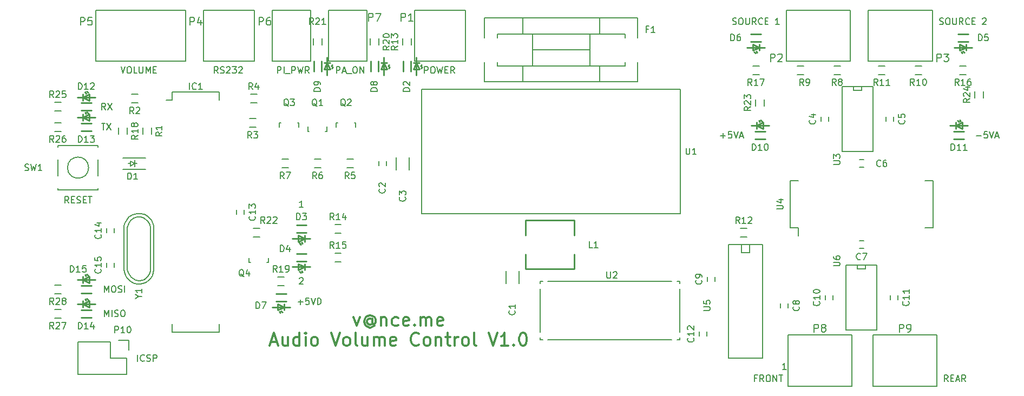
<source format=gto>
G04 #@! TF.FileFunction,Legend,Top*
%FSLAX46Y46*%
G04 Gerber Fmt 4.6, Leading zero omitted, Abs format (unit mm)*
G04 Created by KiCad (PCBNEW 4.0.1-stable) date Friday, 17 June 2016 'pmt' 15:03:42*
%MOMM*%
G01*
G04 APERTURE LIST*
%ADD10C,0.100000*%
%ADD11C,0.200000*%
%ADD12C,0.300000*%
%ADD13C,0.150000*%
%ADD14C,0.250000*%
G04 APERTURE END LIST*
D10*
D11*
X101084286Y-96591429D02*
X101846191Y-96591429D01*
X101465239Y-96972381D02*
X101465239Y-96210476D01*
X102798572Y-95972381D02*
X102322381Y-95972381D01*
X102274762Y-96448571D01*
X102322381Y-96400952D01*
X102417619Y-96353333D01*
X102655715Y-96353333D01*
X102750953Y-96400952D01*
X102798572Y-96448571D01*
X102846191Y-96543810D01*
X102846191Y-96781905D01*
X102798572Y-96877143D01*
X102750953Y-96924762D01*
X102655715Y-96972381D01*
X102417619Y-96972381D01*
X102322381Y-96924762D01*
X102274762Y-96877143D01*
X103131905Y-95972381D02*
X103465238Y-96972381D01*
X103798572Y-95972381D01*
X104131905Y-96972381D02*
X104131905Y-95972381D01*
X104370000Y-95972381D01*
X104512858Y-96020000D01*
X104608096Y-96115238D01*
X104655715Y-96210476D01*
X104703334Y-96400952D01*
X104703334Y-96543810D01*
X104655715Y-96734286D01*
X104608096Y-96829524D01*
X104512858Y-96924762D01*
X104370000Y-96972381D01*
X104131905Y-96972381D01*
X167195714Y-70556429D02*
X167957619Y-70556429D01*
X167576667Y-70937381D02*
X167576667Y-70175476D01*
X168910000Y-69937381D02*
X168433809Y-69937381D01*
X168386190Y-70413571D01*
X168433809Y-70365952D01*
X168529047Y-70318333D01*
X168767143Y-70318333D01*
X168862381Y-70365952D01*
X168910000Y-70413571D01*
X168957619Y-70508810D01*
X168957619Y-70746905D01*
X168910000Y-70842143D01*
X168862381Y-70889762D01*
X168767143Y-70937381D01*
X168529047Y-70937381D01*
X168433809Y-70889762D01*
X168386190Y-70842143D01*
X169243333Y-69937381D02*
X169576666Y-70937381D01*
X169910000Y-69937381D01*
X170195714Y-70651667D02*
X170671905Y-70651667D01*
X170100476Y-70937381D02*
X170433809Y-69937381D01*
X170767143Y-70937381D01*
X207200714Y-70556429D02*
X207962619Y-70556429D01*
X208915000Y-69937381D02*
X208438809Y-69937381D01*
X208391190Y-70413571D01*
X208438809Y-70365952D01*
X208534047Y-70318333D01*
X208772143Y-70318333D01*
X208867381Y-70365952D01*
X208915000Y-70413571D01*
X208962619Y-70508810D01*
X208962619Y-70746905D01*
X208915000Y-70842143D01*
X208867381Y-70889762D01*
X208772143Y-70937381D01*
X208534047Y-70937381D01*
X208438809Y-70889762D01*
X208391190Y-70842143D01*
X209248333Y-69937381D02*
X209581666Y-70937381D01*
X209915000Y-69937381D01*
X210200714Y-70651667D02*
X210676905Y-70651667D01*
X210105476Y-70937381D02*
X210438809Y-69937381D01*
X210772143Y-70937381D01*
X70358095Y-68667381D02*
X70929524Y-68667381D01*
X70643809Y-69667381D02*
X70643809Y-68667381D01*
X71167619Y-68667381D02*
X71834286Y-69667381D01*
X71834286Y-68667381D02*
X71167619Y-69667381D01*
X70953334Y-66492381D02*
X70620000Y-66016190D01*
X70381905Y-66492381D02*
X70381905Y-65492381D01*
X70762858Y-65492381D01*
X70858096Y-65540000D01*
X70905715Y-65587619D01*
X70953334Y-65682857D01*
X70953334Y-65825714D01*
X70905715Y-65920952D01*
X70858096Y-65968571D01*
X70762858Y-66016190D01*
X70381905Y-66016190D01*
X71286667Y-65492381D02*
X71953334Y-66492381D01*
X71953334Y-65492381D02*
X71286667Y-66492381D01*
X70818572Y-95067381D02*
X70818572Y-94067381D01*
X71151906Y-94781667D01*
X71485239Y-94067381D01*
X71485239Y-95067381D01*
X72151905Y-94067381D02*
X72342382Y-94067381D01*
X72437620Y-94115000D01*
X72532858Y-94210238D01*
X72580477Y-94400714D01*
X72580477Y-94734048D01*
X72532858Y-94924524D01*
X72437620Y-95019762D01*
X72342382Y-95067381D01*
X72151905Y-95067381D01*
X72056667Y-95019762D01*
X71961429Y-94924524D01*
X71913810Y-94734048D01*
X71913810Y-94400714D01*
X71961429Y-94210238D01*
X72056667Y-94115000D01*
X72151905Y-94067381D01*
X72961429Y-95019762D02*
X73104286Y-95067381D01*
X73342382Y-95067381D01*
X73437620Y-95019762D01*
X73485239Y-94972143D01*
X73532858Y-94876905D01*
X73532858Y-94781667D01*
X73485239Y-94686429D01*
X73437620Y-94638810D01*
X73342382Y-94591190D01*
X73151905Y-94543571D01*
X73056667Y-94495952D01*
X73009048Y-94448333D01*
X72961429Y-94353095D01*
X72961429Y-94257857D01*
X73009048Y-94162619D01*
X73056667Y-94115000D01*
X73151905Y-94067381D01*
X73390001Y-94067381D01*
X73532858Y-94115000D01*
X73961429Y-95067381D02*
X73961429Y-94067381D01*
X70818572Y-98877381D02*
X70818572Y-97877381D01*
X71151906Y-98591667D01*
X71485239Y-97877381D01*
X71485239Y-98877381D01*
X71961429Y-98877381D02*
X71961429Y-97877381D01*
X72390000Y-98829762D02*
X72532857Y-98877381D01*
X72770953Y-98877381D01*
X72866191Y-98829762D01*
X72913810Y-98782143D01*
X72961429Y-98686905D01*
X72961429Y-98591667D01*
X72913810Y-98496429D01*
X72866191Y-98448810D01*
X72770953Y-98401190D01*
X72580476Y-98353571D01*
X72485238Y-98305952D01*
X72437619Y-98258333D01*
X72390000Y-98163095D01*
X72390000Y-98067857D01*
X72437619Y-97972619D01*
X72485238Y-97925000D01*
X72580476Y-97877381D01*
X72818572Y-97877381D01*
X72961429Y-97925000D01*
X73580476Y-97877381D02*
X73770953Y-97877381D01*
X73866191Y-97925000D01*
X73961429Y-98020238D01*
X74009048Y-98210714D01*
X74009048Y-98544048D01*
X73961429Y-98734524D01*
X73866191Y-98829762D01*
X73770953Y-98877381D01*
X73580476Y-98877381D01*
X73485238Y-98829762D01*
X73390000Y-98734524D01*
X73342381Y-98544048D01*
X73342381Y-98210714D01*
X73390000Y-98020238D01*
X73485238Y-97925000D01*
X73580476Y-97877381D01*
X177450715Y-107132381D02*
X176879286Y-107132381D01*
X177165000Y-107132381D02*
X177165000Y-106132381D01*
X177069762Y-106275238D01*
X176974524Y-106370476D01*
X176879286Y-106418095D01*
X101314286Y-92892619D02*
X101361905Y-92845000D01*
X101457143Y-92797381D01*
X101695239Y-92797381D01*
X101790477Y-92845000D01*
X101838096Y-92892619D01*
X101885715Y-92987857D01*
X101885715Y-93083095D01*
X101838096Y-93225952D01*
X101266667Y-93797381D01*
X101885715Y-93797381D01*
X101885715Y-81732381D02*
X101314286Y-81732381D01*
X101600000Y-81732381D02*
X101600000Y-80732381D01*
X101504762Y-80875238D01*
X101409524Y-80970476D01*
X101314286Y-81018095D01*
X65222619Y-81097381D02*
X64889285Y-80621190D01*
X64651190Y-81097381D02*
X64651190Y-80097381D01*
X65032143Y-80097381D01*
X65127381Y-80145000D01*
X65175000Y-80192619D01*
X65222619Y-80287857D01*
X65222619Y-80430714D01*
X65175000Y-80525952D01*
X65127381Y-80573571D01*
X65032143Y-80621190D01*
X64651190Y-80621190D01*
X65651190Y-80573571D02*
X65984524Y-80573571D01*
X66127381Y-81097381D02*
X65651190Y-81097381D01*
X65651190Y-80097381D01*
X66127381Y-80097381D01*
X66508333Y-81049762D02*
X66651190Y-81097381D01*
X66889286Y-81097381D01*
X66984524Y-81049762D01*
X67032143Y-81002143D01*
X67079762Y-80906905D01*
X67079762Y-80811667D01*
X67032143Y-80716429D01*
X66984524Y-80668810D01*
X66889286Y-80621190D01*
X66698809Y-80573571D01*
X66603571Y-80525952D01*
X66555952Y-80478333D01*
X66508333Y-80383095D01*
X66508333Y-80287857D01*
X66555952Y-80192619D01*
X66603571Y-80145000D01*
X66698809Y-80097381D01*
X66936905Y-80097381D01*
X67079762Y-80145000D01*
X67508333Y-80573571D02*
X67841667Y-80573571D01*
X67984524Y-81097381D02*
X67508333Y-81097381D01*
X67508333Y-80097381D01*
X67984524Y-80097381D01*
X68270238Y-80097381D02*
X68841667Y-80097381D01*
X68555952Y-81097381D02*
X68555952Y-80097381D01*
X75993810Y-105862381D02*
X75993810Y-104862381D01*
X77041429Y-105767143D02*
X76993810Y-105814762D01*
X76850953Y-105862381D01*
X76755715Y-105862381D01*
X76612857Y-105814762D01*
X76517619Y-105719524D01*
X76470000Y-105624286D01*
X76422381Y-105433810D01*
X76422381Y-105290952D01*
X76470000Y-105100476D01*
X76517619Y-105005238D01*
X76612857Y-104910000D01*
X76755715Y-104862381D01*
X76850953Y-104862381D01*
X76993810Y-104910000D01*
X77041429Y-104957619D01*
X77422381Y-105814762D02*
X77565238Y-105862381D01*
X77803334Y-105862381D01*
X77898572Y-105814762D01*
X77946191Y-105767143D01*
X77993810Y-105671905D01*
X77993810Y-105576667D01*
X77946191Y-105481429D01*
X77898572Y-105433810D01*
X77803334Y-105386190D01*
X77612857Y-105338571D01*
X77517619Y-105290952D01*
X77470000Y-105243333D01*
X77422381Y-105148095D01*
X77422381Y-105052857D01*
X77470000Y-104957619D01*
X77517619Y-104910000D01*
X77612857Y-104862381D01*
X77850953Y-104862381D01*
X77993810Y-104910000D01*
X78422381Y-105862381D02*
X78422381Y-104862381D01*
X78803334Y-104862381D01*
X78898572Y-104910000D01*
X78946191Y-104957619D01*
X78993810Y-105052857D01*
X78993810Y-105195714D01*
X78946191Y-105290952D01*
X78898572Y-105338571D01*
X78803334Y-105386190D01*
X78422381Y-105386190D01*
D12*
X109792380Y-98986429D02*
X110268571Y-100319762D01*
X110744761Y-98986429D01*
X112744762Y-99367381D02*
X112649524Y-99272143D01*
X112459047Y-99176905D01*
X112268571Y-99176905D01*
X112078095Y-99272143D01*
X111982857Y-99367381D01*
X111887619Y-99557857D01*
X111887619Y-99748333D01*
X111982857Y-99938810D01*
X112078095Y-100034048D01*
X112268571Y-100129286D01*
X112459047Y-100129286D01*
X112649524Y-100034048D01*
X112744762Y-99938810D01*
X112744762Y-99176905D02*
X112744762Y-99938810D01*
X112840000Y-100034048D01*
X112935238Y-100034048D01*
X113125714Y-99938810D01*
X113220952Y-99748333D01*
X113220952Y-99272143D01*
X113030476Y-98986429D01*
X112744762Y-98795952D01*
X112363809Y-98700714D01*
X111982857Y-98795952D01*
X111697143Y-98986429D01*
X111506666Y-99272143D01*
X111411428Y-99653095D01*
X111506666Y-100034048D01*
X111697143Y-100319762D01*
X111982857Y-100510238D01*
X112363809Y-100605476D01*
X112744762Y-100510238D01*
X113030476Y-100319762D01*
X114078095Y-98986429D02*
X114078095Y-100319762D01*
X114078095Y-99176905D02*
X114173334Y-99081667D01*
X114363810Y-98986429D01*
X114649524Y-98986429D01*
X114840000Y-99081667D01*
X114935238Y-99272143D01*
X114935238Y-100319762D01*
X116744762Y-100224524D02*
X116554286Y-100319762D01*
X116173334Y-100319762D01*
X115982858Y-100224524D01*
X115887619Y-100129286D01*
X115792381Y-99938810D01*
X115792381Y-99367381D01*
X115887619Y-99176905D01*
X115982858Y-99081667D01*
X116173334Y-98986429D01*
X116554286Y-98986429D01*
X116744762Y-99081667D01*
X118363810Y-100224524D02*
X118173334Y-100319762D01*
X117792382Y-100319762D01*
X117601905Y-100224524D01*
X117506667Y-100034048D01*
X117506667Y-99272143D01*
X117601905Y-99081667D01*
X117792382Y-98986429D01*
X118173334Y-98986429D01*
X118363810Y-99081667D01*
X118459048Y-99272143D01*
X118459048Y-99462619D01*
X117506667Y-99653095D01*
X119316191Y-100129286D02*
X119411430Y-100224524D01*
X119316191Y-100319762D01*
X119220953Y-100224524D01*
X119316191Y-100129286D01*
X119316191Y-100319762D01*
X120268572Y-100319762D02*
X120268572Y-98986429D01*
X120268572Y-99176905D02*
X120363811Y-99081667D01*
X120554287Y-98986429D01*
X120840001Y-98986429D01*
X121030477Y-99081667D01*
X121125715Y-99272143D01*
X121125715Y-100319762D01*
X121125715Y-99272143D02*
X121220953Y-99081667D01*
X121411430Y-98986429D01*
X121697144Y-98986429D01*
X121887620Y-99081667D01*
X121982858Y-99272143D01*
X121982858Y-100319762D01*
X123697144Y-100224524D02*
X123506668Y-100319762D01*
X123125716Y-100319762D01*
X122935239Y-100224524D01*
X122840001Y-100034048D01*
X122840001Y-99272143D01*
X122935239Y-99081667D01*
X123125716Y-98986429D01*
X123506668Y-98986429D01*
X123697144Y-99081667D01*
X123792382Y-99272143D01*
X123792382Y-99462619D01*
X122840001Y-99653095D01*
X96839998Y-102848333D02*
X97792379Y-102848333D01*
X96649522Y-103419762D02*
X97316189Y-101419762D01*
X97982856Y-103419762D01*
X99506665Y-102086429D02*
X99506665Y-103419762D01*
X98649522Y-102086429D02*
X98649522Y-103134048D01*
X98744761Y-103324524D01*
X98935237Y-103419762D01*
X99220951Y-103419762D01*
X99411427Y-103324524D01*
X99506665Y-103229286D01*
X101316189Y-103419762D02*
X101316189Y-101419762D01*
X101316189Y-103324524D02*
X101125713Y-103419762D01*
X100744761Y-103419762D01*
X100554285Y-103324524D01*
X100459046Y-103229286D01*
X100363808Y-103038810D01*
X100363808Y-102467381D01*
X100459046Y-102276905D01*
X100554285Y-102181667D01*
X100744761Y-102086429D01*
X101125713Y-102086429D01*
X101316189Y-102181667D01*
X102268570Y-103419762D02*
X102268570Y-102086429D01*
X102268570Y-101419762D02*
X102173332Y-101515000D01*
X102268570Y-101610238D01*
X102363809Y-101515000D01*
X102268570Y-101419762D01*
X102268570Y-101610238D01*
X103506666Y-103419762D02*
X103316190Y-103324524D01*
X103220951Y-103229286D01*
X103125713Y-103038810D01*
X103125713Y-102467381D01*
X103220951Y-102276905D01*
X103316190Y-102181667D01*
X103506666Y-102086429D01*
X103792380Y-102086429D01*
X103982856Y-102181667D01*
X104078094Y-102276905D01*
X104173332Y-102467381D01*
X104173332Y-103038810D01*
X104078094Y-103229286D01*
X103982856Y-103324524D01*
X103792380Y-103419762D01*
X103506666Y-103419762D01*
X106268571Y-101419762D02*
X106935238Y-103419762D01*
X107601905Y-101419762D01*
X108554286Y-103419762D02*
X108363810Y-103324524D01*
X108268571Y-103229286D01*
X108173333Y-103038810D01*
X108173333Y-102467381D01*
X108268571Y-102276905D01*
X108363810Y-102181667D01*
X108554286Y-102086429D01*
X108840000Y-102086429D01*
X109030476Y-102181667D01*
X109125714Y-102276905D01*
X109220952Y-102467381D01*
X109220952Y-103038810D01*
X109125714Y-103229286D01*
X109030476Y-103324524D01*
X108840000Y-103419762D01*
X108554286Y-103419762D01*
X110363810Y-103419762D02*
X110173334Y-103324524D01*
X110078095Y-103134048D01*
X110078095Y-101419762D01*
X111982857Y-102086429D02*
X111982857Y-103419762D01*
X111125714Y-102086429D02*
X111125714Y-103134048D01*
X111220953Y-103324524D01*
X111411429Y-103419762D01*
X111697143Y-103419762D01*
X111887619Y-103324524D01*
X111982857Y-103229286D01*
X112935238Y-103419762D02*
X112935238Y-102086429D01*
X112935238Y-102276905D02*
X113030477Y-102181667D01*
X113220953Y-102086429D01*
X113506667Y-102086429D01*
X113697143Y-102181667D01*
X113792381Y-102372143D01*
X113792381Y-103419762D01*
X113792381Y-102372143D02*
X113887619Y-102181667D01*
X114078096Y-102086429D01*
X114363810Y-102086429D01*
X114554286Y-102181667D01*
X114649524Y-102372143D01*
X114649524Y-103419762D01*
X116363810Y-103324524D02*
X116173334Y-103419762D01*
X115792382Y-103419762D01*
X115601905Y-103324524D01*
X115506667Y-103134048D01*
X115506667Y-102372143D01*
X115601905Y-102181667D01*
X115792382Y-102086429D01*
X116173334Y-102086429D01*
X116363810Y-102181667D01*
X116459048Y-102372143D01*
X116459048Y-102562619D01*
X115506667Y-102753095D01*
X119982859Y-103229286D02*
X119887621Y-103324524D01*
X119601906Y-103419762D01*
X119411430Y-103419762D01*
X119125716Y-103324524D01*
X118935240Y-103134048D01*
X118840001Y-102943571D01*
X118744763Y-102562619D01*
X118744763Y-102276905D01*
X118840001Y-101895952D01*
X118935240Y-101705476D01*
X119125716Y-101515000D01*
X119411430Y-101419762D01*
X119601906Y-101419762D01*
X119887621Y-101515000D01*
X119982859Y-101610238D01*
X121125716Y-103419762D02*
X120935240Y-103324524D01*
X120840001Y-103229286D01*
X120744763Y-103038810D01*
X120744763Y-102467381D01*
X120840001Y-102276905D01*
X120935240Y-102181667D01*
X121125716Y-102086429D01*
X121411430Y-102086429D01*
X121601906Y-102181667D01*
X121697144Y-102276905D01*
X121792382Y-102467381D01*
X121792382Y-103038810D01*
X121697144Y-103229286D01*
X121601906Y-103324524D01*
X121411430Y-103419762D01*
X121125716Y-103419762D01*
X122649525Y-102086429D02*
X122649525Y-103419762D01*
X122649525Y-102276905D02*
X122744764Y-102181667D01*
X122935240Y-102086429D01*
X123220954Y-102086429D01*
X123411430Y-102181667D01*
X123506668Y-102372143D01*
X123506668Y-103419762D01*
X124173335Y-102086429D02*
X124935240Y-102086429D01*
X124459049Y-101419762D02*
X124459049Y-103134048D01*
X124554288Y-103324524D01*
X124744764Y-103419762D01*
X124935240Y-103419762D01*
X125601906Y-103419762D02*
X125601906Y-102086429D01*
X125601906Y-102467381D02*
X125697145Y-102276905D01*
X125792383Y-102181667D01*
X125982859Y-102086429D01*
X126173335Y-102086429D01*
X127125716Y-103419762D02*
X126935240Y-103324524D01*
X126840001Y-103229286D01*
X126744763Y-103038810D01*
X126744763Y-102467381D01*
X126840001Y-102276905D01*
X126935240Y-102181667D01*
X127125716Y-102086429D01*
X127411430Y-102086429D01*
X127601906Y-102181667D01*
X127697144Y-102276905D01*
X127792382Y-102467381D01*
X127792382Y-103038810D01*
X127697144Y-103229286D01*
X127601906Y-103324524D01*
X127411430Y-103419762D01*
X127125716Y-103419762D01*
X128935240Y-103419762D02*
X128744764Y-103324524D01*
X128649525Y-103134048D01*
X128649525Y-101419762D01*
X130935240Y-101419762D02*
X131601907Y-103419762D01*
X132268574Y-101419762D01*
X133982860Y-103419762D02*
X132840002Y-103419762D01*
X133411431Y-103419762D02*
X133411431Y-101419762D01*
X133220955Y-101705476D01*
X133030479Y-101895952D01*
X132840002Y-101991190D01*
X134840002Y-103229286D02*
X134935241Y-103324524D01*
X134840002Y-103419762D01*
X134744764Y-103324524D01*
X134840002Y-103229286D01*
X134840002Y-103419762D01*
X136173336Y-101419762D02*
X136363812Y-101419762D01*
X136554288Y-101515000D01*
X136649526Y-101610238D01*
X136744764Y-101800714D01*
X136840003Y-102181667D01*
X136840003Y-102657857D01*
X136744764Y-103038810D01*
X136649526Y-103229286D01*
X136554288Y-103324524D01*
X136363812Y-103419762D01*
X136173336Y-103419762D01*
X135982860Y-103324524D01*
X135887622Y-103229286D01*
X135792383Y-103038810D01*
X135697145Y-102657857D01*
X135697145Y-102181667D01*
X135792383Y-101800714D01*
X135887622Y-101610238D01*
X135982860Y-101515000D01*
X136173336Y-101419762D01*
D11*
X172839286Y-108513571D02*
X172505952Y-108513571D01*
X172505952Y-109037381D02*
X172505952Y-108037381D01*
X172982143Y-108037381D01*
X173934524Y-109037381D02*
X173601190Y-108561190D01*
X173363095Y-109037381D02*
X173363095Y-108037381D01*
X173744048Y-108037381D01*
X173839286Y-108085000D01*
X173886905Y-108132619D01*
X173934524Y-108227857D01*
X173934524Y-108370714D01*
X173886905Y-108465952D01*
X173839286Y-108513571D01*
X173744048Y-108561190D01*
X173363095Y-108561190D01*
X174553571Y-108037381D02*
X174744048Y-108037381D01*
X174839286Y-108085000D01*
X174934524Y-108180238D01*
X174982143Y-108370714D01*
X174982143Y-108704048D01*
X174934524Y-108894524D01*
X174839286Y-108989762D01*
X174744048Y-109037381D01*
X174553571Y-109037381D01*
X174458333Y-108989762D01*
X174363095Y-108894524D01*
X174315476Y-108704048D01*
X174315476Y-108370714D01*
X174363095Y-108180238D01*
X174458333Y-108085000D01*
X174553571Y-108037381D01*
X175410714Y-109037381D02*
X175410714Y-108037381D01*
X175982143Y-109037381D01*
X175982143Y-108037381D01*
X176315476Y-108037381D02*
X176886905Y-108037381D01*
X176601190Y-109037381D02*
X176601190Y-108037381D01*
X202763572Y-109037381D02*
X202430238Y-108561190D01*
X202192143Y-109037381D02*
X202192143Y-108037381D01*
X202573096Y-108037381D01*
X202668334Y-108085000D01*
X202715953Y-108132619D01*
X202763572Y-108227857D01*
X202763572Y-108370714D01*
X202715953Y-108465952D01*
X202668334Y-108513571D01*
X202573096Y-108561190D01*
X202192143Y-108561190D01*
X203192143Y-108513571D02*
X203525477Y-108513571D01*
X203668334Y-109037381D02*
X203192143Y-109037381D01*
X203192143Y-108037381D01*
X203668334Y-108037381D01*
X204049286Y-108751667D02*
X204525477Y-108751667D01*
X203954048Y-109037381D02*
X204287381Y-108037381D01*
X204620715Y-109037381D01*
X205525477Y-109037381D02*
X205192143Y-108561190D01*
X204954048Y-109037381D02*
X204954048Y-108037381D01*
X205335001Y-108037381D01*
X205430239Y-108085000D01*
X205477858Y-108132619D01*
X205525477Y-108227857D01*
X205525477Y-108370714D01*
X205477858Y-108465952D01*
X205430239Y-108513571D01*
X205335001Y-108561190D01*
X204954048Y-108561190D01*
X201462143Y-53109762D02*
X201605000Y-53157381D01*
X201843096Y-53157381D01*
X201938334Y-53109762D01*
X201985953Y-53062143D01*
X202033572Y-52966905D01*
X202033572Y-52871667D01*
X201985953Y-52776429D01*
X201938334Y-52728810D01*
X201843096Y-52681190D01*
X201652619Y-52633571D01*
X201557381Y-52585952D01*
X201509762Y-52538333D01*
X201462143Y-52443095D01*
X201462143Y-52347857D01*
X201509762Y-52252619D01*
X201557381Y-52205000D01*
X201652619Y-52157381D01*
X201890715Y-52157381D01*
X202033572Y-52205000D01*
X202652619Y-52157381D02*
X202843096Y-52157381D01*
X202938334Y-52205000D01*
X203033572Y-52300238D01*
X203081191Y-52490714D01*
X203081191Y-52824048D01*
X203033572Y-53014524D01*
X202938334Y-53109762D01*
X202843096Y-53157381D01*
X202652619Y-53157381D01*
X202557381Y-53109762D01*
X202462143Y-53014524D01*
X202414524Y-52824048D01*
X202414524Y-52490714D01*
X202462143Y-52300238D01*
X202557381Y-52205000D01*
X202652619Y-52157381D01*
X203509762Y-52157381D02*
X203509762Y-52966905D01*
X203557381Y-53062143D01*
X203605000Y-53109762D01*
X203700238Y-53157381D01*
X203890715Y-53157381D01*
X203985953Y-53109762D01*
X204033572Y-53062143D01*
X204081191Y-52966905D01*
X204081191Y-52157381D01*
X205128810Y-53157381D02*
X204795476Y-52681190D01*
X204557381Y-53157381D02*
X204557381Y-52157381D01*
X204938334Y-52157381D01*
X205033572Y-52205000D01*
X205081191Y-52252619D01*
X205128810Y-52347857D01*
X205128810Y-52490714D01*
X205081191Y-52585952D01*
X205033572Y-52633571D01*
X204938334Y-52681190D01*
X204557381Y-52681190D01*
X206128810Y-53062143D02*
X206081191Y-53109762D01*
X205938334Y-53157381D01*
X205843096Y-53157381D01*
X205700238Y-53109762D01*
X205605000Y-53014524D01*
X205557381Y-52919286D01*
X205509762Y-52728810D01*
X205509762Y-52585952D01*
X205557381Y-52395476D01*
X205605000Y-52300238D01*
X205700238Y-52205000D01*
X205843096Y-52157381D01*
X205938334Y-52157381D01*
X206081191Y-52205000D01*
X206128810Y-52252619D01*
X206557381Y-52633571D02*
X206890715Y-52633571D01*
X207033572Y-53157381D02*
X206557381Y-53157381D01*
X206557381Y-52157381D01*
X207033572Y-52157381D01*
X208176429Y-52252619D02*
X208224048Y-52205000D01*
X208319286Y-52157381D01*
X208557382Y-52157381D01*
X208652620Y-52205000D01*
X208700239Y-52252619D01*
X208747858Y-52347857D01*
X208747858Y-52443095D01*
X208700239Y-52585952D01*
X208128810Y-53157381D01*
X208747858Y-53157381D01*
X169077143Y-53109762D02*
X169220000Y-53157381D01*
X169458096Y-53157381D01*
X169553334Y-53109762D01*
X169600953Y-53062143D01*
X169648572Y-52966905D01*
X169648572Y-52871667D01*
X169600953Y-52776429D01*
X169553334Y-52728810D01*
X169458096Y-52681190D01*
X169267619Y-52633571D01*
X169172381Y-52585952D01*
X169124762Y-52538333D01*
X169077143Y-52443095D01*
X169077143Y-52347857D01*
X169124762Y-52252619D01*
X169172381Y-52205000D01*
X169267619Y-52157381D01*
X169505715Y-52157381D01*
X169648572Y-52205000D01*
X170267619Y-52157381D02*
X170458096Y-52157381D01*
X170553334Y-52205000D01*
X170648572Y-52300238D01*
X170696191Y-52490714D01*
X170696191Y-52824048D01*
X170648572Y-53014524D01*
X170553334Y-53109762D01*
X170458096Y-53157381D01*
X170267619Y-53157381D01*
X170172381Y-53109762D01*
X170077143Y-53014524D01*
X170029524Y-52824048D01*
X170029524Y-52490714D01*
X170077143Y-52300238D01*
X170172381Y-52205000D01*
X170267619Y-52157381D01*
X171124762Y-52157381D02*
X171124762Y-52966905D01*
X171172381Y-53062143D01*
X171220000Y-53109762D01*
X171315238Y-53157381D01*
X171505715Y-53157381D01*
X171600953Y-53109762D01*
X171648572Y-53062143D01*
X171696191Y-52966905D01*
X171696191Y-52157381D01*
X172743810Y-53157381D02*
X172410476Y-52681190D01*
X172172381Y-53157381D02*
X172172381Y-52157381D01*
X172553334Y-52157381D01*
X172648572Y-52205000D01*
X172696191Y-52252619D01*
X172743810Y-52347857D01*
X172743810Y-52490714D01*
X172696191Y-52585952D01*
X172648572Y-52633571D01*
X172553334Y-52681190D01*
X172172381Y-52681190D01*
X173743810Y-53062143D02*
X173696191Y-53109762D01*
X173553334Y-53157381D01*
X173458096Y-53157381D01*
X173315238Y-53109762D01*
X173220000Y-53014524D01*
X173172381Y-52919286D01*
X173124762Y-52728810D01*
X173124762Y-52585952D01*
X173172381Y-52395476D01*
X173220000Y-52300238D01*
X173315238Y-52205000D01*
X173458096Y-52157381D01*
X173553334Y-52157381D01*
X173696191Y-52205000D01*
X173743810Y-52252619D01*
X174172381Y-52633571D02*
X174505715Y-52633571D01*
X174648572Y-53157381D02*
X174172381Y-53157381D01*
X174172381Y-52157381D01*
X174648572Y-52157381D01*
X176362858Y-53157381D02*
X175791429Y-53157381D01*
X176077143Y-53157381D02*
X176077143Y-52157381D01*
X175981905Y-52300238D01*
X175886667Y-52395476D01*
X175791429Y-52443095D01*
X120880476Y-60777381D02*
X120880476Y-59777381D01*
X121261429Y-59777381D01*
X121356667Y-59825000D01*
X121404286Y-59872619D01*
X121451905Y-59967857D01*
X121451905Y-60110714D01*
X121404286Y-60205952D01*
X121356667Y-60253571D01*
X121261429Y-60301190D01*
X120880476Y-60301190D01*
X122070952Y-59777381D02*
X122261429Y-59777381D01*
X122356667Y-59825000D01*
X122451905Y-59920238D01*
X122499524Y-60110714D01*
X122499524Y-60444048D01*
X122451905Y-60634524D01*
X122356667Y-60729762D01*
X122261429Y-60777381D01*
X122070952Y-60777381D01*
X121975714Y-60729762D01*
X121880476Y-60634524D01*
X121832857Y-60444048D01*
X121832857Y-60110714D01*
X121880476Y-59920238D01*
X121975714Y-59825000D01*
X122070952Y-59777381D01*
X122832857Y-59777381D02*
X123070952Y-60777381D01*
X123261429Y-60063095D01*
X123451905Y-60777381D01*
X123690000Y-59777381D01*
X124070952Y-60253571D02*
X124404286Y-60253571D01*
X124547143Y-60777381D02*
X124070952Y-60777381D01*
X124070952Y-59777381D01*
X124547143Y-59777381D01*
X125547143Y-60777381D02*
X125213809Y-60301190D01*
X124975714Y-60777381D02*
X124975714Y-59777381D01*
X125356667Y-59777381D01*
X125451905Y-59825000D01*
X125499524Y-59872619D01*
X125547143Y-59967857D01*
X125547143Y-60110714D01*
X125499524Y-60205952D01*
X125451905Y-60253571D01*
X125356667Y-60301190D01*
X124975714Y-60301190D01*
X107100952Y-60777381D02*
X107100952Y-59777381D01*
X107481905Y-59777381D01*
X107577143Y-59825000D01*
X107624762Y-59872619D01*
X107672381Y-59967857D01*
X107672381Y-60110714D01*
X107624762Y-60205952D01*
X107577143Y-60253571D01*
X107481905Y-60301190D01*
X107100952Y-60301190D01*
X108053333Y-60491667D02*
X108529524Y-60491667D01*
X107958095Y-60777381D02*
X108291428Y-59777381D01*
X108624762Y-60777381D01*
X108720000Y-60872619D02*
X109481905Y-60872619D01*
X109910476Y-59777381D02*
X110100953Y-59777381D01*
X110196191Y-59825000D01*
X110291429Y-59920238D01*
X110339048Y-60110714D01*
X110339048Y-60444048D01*
X110291429Y-60634524D01*
X110196191Y-60729762D01*
X110100953Y-60777381D01*
X109910476Y-60777381D01*
X109815238Y-60729762D01*
X109720000Y-60634524D01*
X109672381Y-60444048D01*
X109672381Y-60110714D01*
X109720000Y-59920238D01*
X109815238Y-59825000D01*
X109910476Y-59777381D01*
X110767619Y-60777381D02*
X110767619Y-59777381D01*
X111339048Y-60777381D01*
X111339048Y-59777381D01*
X97877619Y-60777381D02*
X97877619Y-59777381D01*
X98258572Y-59777381D01*
X98353810Y-59825000D01*
X98401429Y-59872619D01*
X98449048Y-59967857D01*
X98449048Y-60110714D01*
X98401429Y-60205952D01*
X98353810Y-60253571D01*
X98258572Y-60301190D01*
X97877619Y-60301190D01*
X98877619Y-60777381D02*
X98877619Y-59777381D01*
X99115714Y-60872619D02*
X99877619Y-60872619D01*
X100115714Y-60777381D02*
X100115714Y-59777381D01*
X100496667Y-59777381D01*
X100591905Y-59825000D01*
X100639524Y-59872619D01*
X100687143Y-59967857D01*
X100687143Y-60110714D01*
X100639524Y-60205952D01*
X100591905Y-60253571D01*
X100496667Y-60301190D01*
X100115714Y-60301190D01*
X101020476Y-59777381D02*
X101258571Y-60777381D01*
X101449048Y-60063095D01*
X101639524Y-60777381D01*
X101877619Y-59777381D01*
X102830000Y-60777381D02*
X102496666Y-60301190D01*
X102258571Y-60777381D02*
X102258571Y-59777381D01*
X102639524Y-59777381D01*
X102734762Y-59825000D01*
X102782381Y-59872619D01*
X102830000Y-59967857D01*
X102830000Y-60110714D01*
X102782381Y-60205952D01*
X102734762Y-60253571D01*
X102639524Y-60301190D01*
X102258571Y-60301190D01*
X88574762Y-60777381D02*
X88241428Y-60301190D01*
X88003333Y-60777381D02*
X88003333Y-59777381D01*
X88384286Y-59777381D01*
X88479524Y-59825000D01*
X88527143Y-59872619D01*
X88574762Y-59967857D01*
X88574762Y-60110714D01*
X88527143Y-60205952D01*
X88479524Y-60253571D01*
X88384286Y-60301190D01*
X88003333Y-60301190D01*
X88955714Y-60729762D02*
X89098571Y-60777381D01*
X89336667Y-60777381D01*
X89431905Y-60729762D01*
X89479524Y-60682143D01*
X89527143Y-60586905D01*
X89527143Y-60491667D01*
X89479524Y-60396429D01*
X89431905Y-60348810D01*
X89336667Y-60301190D01*
X89146190Y-60253571D01*
X89050952Y-60205952D01*
X89003333Y-60158333D01*
X88955714Y-60063095D01*
X88955714Y-59967857D01*
X89003333Y-59872619D01*
X89050952Y-59825000D01*
X89146190Y-59777381D01*
X89384286Y-59777381D01*
X89527143Y-59825000D01*
X89908095Y-59872619D02*
X89955714Y-59825000D01*
X90050952Y-59777381D01*
X90289048Y-59777381D01*
X90384286Y-59825000D01*
X90431905Y-59872619D01*
X90479524Y-59967857D01*
X90479524Y-60063095D01*
X90431905Y-60205952D01*
X89860476Y-60777381D01*
X90479524Y-60777381D01*
X90812857Y-59777381D02*
X91431905Y-59777381D01*
X91098571Y-60158333D01*
X91241429Y-60158333D01*
X91336667Y-60205952D01*
X91384286Y-60253571D01*
X91431905Y-60348810D01*
X91431905Y-60586905D01*
X91384286Y-60682143D01*
X91336667Y-60729762D01*
X91241429Y-60777381D01*
X90955714Y-60777381D01*
X90860476Y-60729762D01*
X90812857Y-60682143D01*
X91812857Y-59872619D02*
X91860476Y-59825000D01*
X91955714Y-59777381D01*
X92193810Y-59777381D01*
X92289048Y-59825000D01*
X92336667Y-59872619D01*
X92384286Y-59967857D01*
X92384286Y-60063095D01*
X92336667Y-60205952D01*
X91765238Y-60777381D01*
X92384286Y-60777381D01*
X73390476Y-59777381D02*
X73723809Y-60777381D01*
X74057143Y-59777381D01*
X74580952Y-59777381D02*
X74771429Y-59777381D01*
X74866667Y-59825000D01*
X74961905Y-59920238D01*
X75009524Y-60110714D01*
X75009524Y-60444048D01*
X74961905Y-60634524D01*
X74866667Y-60729762D01*
X74771429Y-60777381D01*
X74580952Y-60777381D01*
X74485714Y-60729762D01*
X74390476Y-60634524D01*
X74342857Y-60444048D01*
X74342857Y-60110714D01*
X74390476Y-59920238D01*
X74485714Y-59825000D01*
X74580952Y-59777381D01*
X75914286Y-60777381D02*
X75438095Y-60777381D01*
X75438095Y-59777381D01*
X76247619Y-59777381D02*
X76247619Y-60586905D01*
X76295238Y-60682143D01*
X76342857Y-60729762D01*
X76438095Y-60777381D01*
X76628572Y-60777381D01*
X76723810Y-60729762D01*
X76771429Y-60682143D01*
X76819048Y-60586905D01*
X76819048Y-59777381D01*
X77295238Y-60777381D02*
X77295238Y-59777381D01*
X77628572Y-60491667D01*
X77961905Y-59777381D01*
X77961905Y-60777381D01*
X78438095Y-60253571D02*
X78771429Y-60253571D01*
X78914286Y-60777381D02*
X78438095Y-60777381D01*
X78438095Y-59777381D01*
X78914286Y-59777381D01*
D13*
X63525000Y-72365000D02*
X63525000Y-72115000D01*
X63525000Y-72115000D02*
X69825000Y-72115000D01*
X69825000Y-72115000D02*
X69825000Y-72365000D01*
X63525000Y-76865000D02*
X63525000Y-74265000D01*
X69825000Y-78765000D02*
X69825000Y-79015000D01*
X69825000Y-79015000D02*
X63525000Y-79015000D01*
X63525000Y-79015000D02*
X63525000Y-78765000D01*
X69825000Y-74265000D02*
X69825000Y-76865000D01*
X68325000Y-75565000D02*
G75*
G03X68325000Y-75565000I-1650000J0D01*
G01*
X178045000Y-84955000D02*
X179315000Y-84955000D01*
X178045000Y-77605000D02*
X179315000Y-77605000D01*
X200415000Y-77605000D02*
X199145000Y-77605000D01*
X200415000Y-84955000D02*
X199145000Y-84955000D01*
X178045000Y-84955000D02*
X178045000Y-77605000D01*
X200415000Y-84955000D02*
X200415000Y-77605000D01*
X179315000Y-84955000D02*
X179315000Y-86240000D01*
X173220000Y-61000000D02*
X172220000Y-61000000D01*
X172220000Y-59650000D02*
X173220000Y-59650000D01*
X81415000Y-63745000D02*
X81415000Y-65015000D01*
X88765000Y-63745000D02*
X88765000Y-65015000D01*
X88765000Y-101355000D02*
X88765000Y-100085000D01*
X81415000Y-101355000D02*
X81415000Y-100085000D01*
X81415000Y-63745000D02*
X88765000Y-63745000D01*
X81415000Y-101355000D02*
X88765000Y-101355000D01*
X81415000Y-65015000D02*
X80480000Y-65015000D01*
X71755000Y-102870000D02*
X66675000Y-102870000D01*
X74575000Y-102590000D02*
X74575000Y-104140000D01*
X74295000Y-105410000D02*
X71755000Y-105410000D01*
X71755000Y-105410000D02*
X71755000Y-102870000D01*
X66675000Y-102870000D02*
X66675000Y-107950000D01*
X66675000Y-107950000D02*
X71755000Y-107950000D01*
X74575000Y-102590000D02*
X73025000Y-102590000D01*
X74295000Y-107950000D02*
X74295000Y-105410000D01*
X71755000Y-107950000D02*
X74295000Y-107950000D01*
X135645000Y-93710000D02*
X135645000Y-91710000D01*
X133595000Y-91710000D02*
X133595000Y-93710000D01*
X113700000Y-75280000D02*
X113700000Y-74580000D01*
X114900000Y-74580000D02*
X114900000Y-75280000D01*
X116450000Y-73930000D02*
X116450000Y-75930000D01*
X118500000Y-75930000D02*
X118500000Y-73930000D01*
X182915000Y-68295000D02*
X182915000Y-67595000D01*
X184115000Y-67595000D02*
X184115000Y-68295000D01*
X193075000Y-68295000D02*
X193075000Y-67595000D01*
X194275000Y-67595000D02*
X194275000Y-68295000D01*
X188880000Y-74330000D02*
X189580000Y-74330000D01*
X189580000Y-75530000D02*
X188880000Y-75530000D01*
X189580000Y-88230000D02*
X188880000Y-88230000D01*
X188880000Y-87030000D02*
X189580000Y-87030000D01*
X177765000Y-96805000D02*
X177765000Y-97505000D01*
X176565000Y-97505000D02*
X176565000Y-96805000D01*
X166335000Y-92680000D02*
X166335000Y-93380000D01*
X165135000Y-93380000D02*
X165135000Y-92680000D01*
X184750000Y-95535000D02*
X184750000Y-96235000D01*
X183550000Y-96235000D02*
X183550000Y-95535000D01*
X193710000Y-96235000D02*
X193710000Y-95535000D01*
X194910000Y-95535000D02*
X194910000Y-96235000D01*
X163865000Y-101950000D02*
X163865000Y-101250000D01*
X165065000Y-101250000D02*
X165065000Y-101950000D01*
X91475000Y-82900000D02*
X91475000Y-82200000D01*
X92675000Y-82200000D02*
X92675000Y-82900000D01*
X71155000Y-85755000D02*
X71155000Y-85055000D01*
X72355000Y-85055000D02*
X72355000Y-85755000D01*
X72355000Y-90455000D02*
X72355000Y-91155000D01*
X71155000Y-91155000D02*
X71155000Y-90455000D01*
X74882500Y-74930000D02*
X74501500Y-74930000D01*
X75898500Y-74930000D02*
X75517500Y-74930000D01*
X75517500Y-74930000D02*
X74882500Y-75311000D01*
X74882500Y-75311000D02*
X74882500Y-74549000D01*
X74882500Y-74549000D02*
X75517500Y-74930000D01*
X75517500Y-75438000D02*
X75517500Y-74422000D01*
X77200000Y-74030000D02*
X73660000Y-74030000D01*
X77200000Y-75830000D02*
X73660000Y-75830000D01*
X136240520Y-54650640D02*
X136240520Y-52148740D01*
X136240520Y-62151260D02*
X136240520Y-59649360D01*
X148239480Y-62151260D02*
X148239480Y-59649360D01*
X148239480Y-52148740D02*
X148239480Y-54650640D01*
X137739120Y-57150000D02*
X146740880Y-57150000D01*
X137739120Y-54650640D02*
X137739120Y-59649360D01*
X146740880Y-54650640D02*
X146740880Y-59649360D01*
X152239980Y-55250080D02*
X152239980Y-54650640D01*
X132240020Y-59049920D02*
X132240020Y-59649360D01*
X132240020Y-59649360D02*
X152239980Y-59649360D01*
X152239980Y-59649360D02*
X152239980Y-59049920D01*
X152239980Y-54650640D02*
X132240020Y-54650640D01*
X132240020Y-54650640D02*
X132240020Y-55250080D01*
X154238960Y-55250080D02*
X154238960Y-52148740D01*
X130241040Y-59049920D02*
X130241040Y-62151260D01*
X130241040Y-62151260D02*
X154238960Y-62151260D01*
X154238960Y-62151260D02*
X154238960Y-59049920D01*
X154238960Y-52148740D02*
X130241040Y-52148740D01*
X130241040Y-52148740D02*
X130241040Y-55250080D01*
X127285000Y-50900000D02*
X127285000Y-58900000D01*
X119285000Y-50900000D02*
X127285000Y-50900000D01*
X119285000Y-58900000D02*
X119285000Y-50900000D01*
X127285000Y-58900000D02*
X119285000Y-58900000D01*
X187515000Y-50900000D02*
X187515000Y-58900000D01*
X177515000Y-50900000D02*
X187515000Y-50900000D01*
X177515000Y-58900000D02*
X177515000Y-50900000D01*
X187515000Y-58900000D02*
X177515000Y-58900000D01*
X200310000Y-50900000D02*
X200310000Y-58900000D01*
X190310000Y-50900000D02*
X200310000Y-50900000D01*
X190310000Y-58900000D02*
X190310000Y-50900000D01*
X200310000Y-58900000D02*
X190310000Y-58900000D01*
X94265000Y-50900000D02*
X94265000Y-58900000D01*
X86265000Y-50900000D02*
X94265000Y-50900000D01*
X86265000Y-58900000D02*
X86265000Y-50900000D01*
X94265000Y-58900000D02*
X86265000Y-58900000D01*
X83470000Y-50900000D02*
X83470000Y-58900000D01*
X69470000Y-50900000D02*
X83470000Y-50900000D01*
X69470000Y-58900000D02*
X69470000Y-50900000D01*
X83470000Y-58900000D02*
X69470000Y-58900000D01*
X97060000Y-55900000D02*
X97060000Y-58900000D01*
X103060000Y-55900000D02*
X103060000Y-58900000D01*
X103060000Y-55900000D02*
X103060000Y-50900000D01*
X103060000Y-50900000D02*
X97060000Y-50900000D01*
X97060000Y-50900000D02*
X97060000Y-55900000D01*
X103010000Y-58900000D02*
X97110000Y-58900000D01*
X105855000Y-55900000D02*
X105855000Y-58900000D01*
X111855000Y-55900000D02*
X111855000Y-58900000D01*
X111855000Y-55900000D02*
X111855000Y-50900000D01*
X111855000Y-50900000D02*
X105855000Y-50900000D01*
X105855000Y-50900000D02*
X105855000Y-55900000D01*
X111805000Y-58900000D02*
X105905000Y-58900000D01*
X177705000Y-109755000D02*
X177705000Y-101755000D01*
X187705000Y-109755000D02*
X177705000Y-109755000D01*
X187705000Y-101755000D02*
X187705000Y-109755000D01*
X177705000Y-101755000D02*
X187705000Y-101755000D01*
X191040000Y-109755000D02*
X191040000Y-101755000D01*
X201040000Y-109755000D02*
X191040000Y-109755000D01*
X201040000Y-101755000D02*
X201040000Y-109755000D01*
X191040000Y-101755000D02*
X201040000Y-101755000D01*
X105639820Y-69164200D02*
X105639820Y-69865240D01*
X105639820Y-69865240D02*
X105390900Y-69865240D01*
X102840840Y-69865240D02*
X102640180Y-69865240D01*
X102640180Y-69865240D02*
X102640180Y-69164200D01*
X107085180Y-69265800D02*
X107085180Y-68564760D01*
X107085180Y-68564760D02*
X107334100Y-68564760D01*
X109884160Y-68564760D02*
X110084820Y-68564760D01*
X110084820Y-68564760D02*
X110084820Y-69265800D01*
X98195180Y-69265800D02*
X98195180Y-68564760D01*
X98195180Y-68564760D02*
X98444100Y-68564760D01*
X100994160Y-68564760D02*
X101194820Y-68564760D01*
X101194820Y-68564760D02*
X101194820Y-69265800D01*
X76795000Y-70350000D02*
X76795000Y-69350000D01*
X78145000Y-69350000D02*
X78145000Y-70350000D01*
X75065000Y-64095000D02*
X76065000Y-64095000D01*
X76065000Y-65445000D02*
X75065000Y-65445000D01*
X93480000Y-67905000D02*
X94480000Y-67905000D01*
X94480000Y-69255000D02*
X93480000Y-69255000D01*
X94650000Y-65445000D02*
X93650000Y-65445000D01*
X93650000Y-64095000D02*
X94650000Y-64095000D01*
X108720000Y-74255000D02*
X109720000Y-74255000D01*
X109720000Y-75605000D02*
X108720000Y-75605000D01*
X103640000Y-74255000D02*
X104640000Y-74255000D01*
X104640000Y-75605000D02*
X103640000Y-75605000D01*
X99560000Y-75605000D02*
X98560000Y-75605000D01*
X98560000Y-74255000D02*
X99560000Y-74255000D01*
X184920000Y-59650000D02*
X185920000Y-59650000D01*
X185920000Y-61000000D02*
X184920000Y-61000000D01*
X180205000Y-61000000D02*
X179205000Y-61000000D01*
X179205000Y-59650000D02*
X180205000Y-59650000D01*
X197620000Y-59650000D02*
X198620000Y-59650000D01*
X198620000Y-61000000D02*
X197620000Y-61000000D01*
X192905000Y-61000000D02*
X191905000Y-61000000D01*
X191905000Y-59650000D02*
X192905000Y-59650000D01*
X171315000Y-86400000D02*
X170315000Y-86400000D01*
X170315000Y-85050000D02*
X171315000Y-85050000D01*
X118785000Y-55380000D02*
X118785000Y-56380000D01*
X117435000Y-56380000D02*
X117435000Y-55380000D01*
X107836851Y-85841511D02*
X106836851Y-85841511D01*
X106836851Y-84491511D02*
X107836851Y-84491511D01*
X107836851Y-90286511D02*
X106836851Y-90286511D01*
X106836851Y-88936511D02*
X107836851Y-88936511D01*
X205605000Y-61000000D02*
X204605000Y-61000000D01*
X204605000Y-59650000D02*
X205605000Y-59650000D01*
X72985000Y-70350000D02*
X72985000Y-69350000D01*
X74335000Y-69350000D02*
X74335000Y-70350000D01*
X160885000Y-63280000D02*
X160885000Y-82780000D01*
X120385000Y-63280000D02*
X160885000Y-63280000D01*
X120385000Y-82780000D02*
X120385000Y-63280000D01*
X160885000Y-82780000D02*
X120385000Y-82780000D01*
X140170000Y-93320000D02*
X159570000Y-93320000D01*
X138970000Y-101320000D02*
X138970000Y-94520000D01*
X159570000Y-102520000D02*
X140170000Y-102520000D01*
X160770000Y-94520000D02*
X160770000Y-101320000D01*
X160770000Y-93320000D02*
X160770000Y-93720000D01*
X138970000Y-102520000D02*
X139370000Y-102520000D01*
X138970000Y-102520000D02*
X138970000Y-102120000D01*
X160770000Y-102520000D02*
X160370000Y-102520000D01*
X160770000Y-102520000D02*
X160770000Y-102120000D01*
X160770000Y-93320000D02*
X160370000Y-93320000D01*
X138970000Y-93320000D02*
X138970000Y-93720000D01*
X138970000Y-93320000D02*
X139370000Y-93320000D01*
X191008000Y-73025000D02*
X186182000Y-73025000D01*
X186182000Y-73025000D02*
X186182000Y-62865000D01*
X186182000Y-62865000D02*
X191008000Y-62865000D01*
X191008000Y-62865000D02*
X191008000Y-73025000D01*
X189230000Y-62865000D02*
X189230000Y-63500000D01*
X189230000Y-63500000D02*
X187960000Y-63500000D01*
X187960000Y-63500000D02*
X187960000Y-62865000D01*
X168402000Y-105283000D02*
X168402000Y-87630000D01*
X173736000Y-87630000D02*
X173736000Y-105410000D01*
X168402000Y-105410000D02*
X173736000Y-105410000D01*
X173736000Y-87630000D02*
X168402000Y-87630000D01*
X171704000Y-87630000D02*
X171704000Y-88900000D01*
X171704000Y-88900000D02*
X170434000Y-88900000D01*
X170434000Y-88900000D02*
X170434000Y-87630000D01*
X191643000Y-100965000D02*
X186817000Y-100965000D01*
X186817000Y-100965000D02*
X186817000Y-90805000D01*
X186817000Y-90805000D02*
X191643000Y-90805000D01*
X191643000Y-90805000D02*
X191643000Y-100965000D01*
X189865000Y-90805000D02*
X189865000Y-91440000D01*
X189865000Y-91440000D02*
X188595000Y-91440000D01*
X188595000Y-91440000D02*
X188595000Y-90805000D01*
X77200760Y-92964000D02*
X76799440Y-93164660D01*
X76799440Y-93164660D02*
X76200000Y-93266260D01*
X76200000Y-93266260D02*
X75699620Y-93164660D01*
X75699620Y-93164660D02*
X75001120Y-92765880D01*
X75001120Y-92765880D02*
X74599800Y-92163900D01*
X74599800Y-92163900D02*
X74399140Y-91564460D01*
X74399140Y-91564460D02*
X74399140Y-84965540D01*
X74399140Y-84965540D02*
X74599800Y-84264500D01*
X74599800Y-84264500D02*
X74899520Y-83865720D01*
X74899520Y-83865720D02*
X75399900Y-83464400D01*
X75399900Y-83464400D02*
X75999340Y-83263740D01*
X75999340Y-83263740D02*
X76499720Y-83263740D01*
X76499720Y-83263740D02*
X77000100Y-83464400D01*
X77000100Y-83464400D02*
X77599540Y-83964780D01*
X77599540Y-83964780D02*
X77899260Y-84465160D01*
X77899260Y-84465160D02*
X78000860Y-84965540D01*
X78000860Y-85064600D02*
X78000860Y-91666060D01*
X78000860Y-91666060D02*
X77899260Y-92064840D01*
X77899260Y-92064840D02*
X77599540Y-92565220D01*
X77599540Y-92565220D02*
X77099160Y-93065600D01*
X78529180Y-85074760D02*
X78480920Y-84615020D01*
X78480920Y-84615020D02*
X78369160Y-84216240D01*
X78369160Y-84216240D02*
X78150720Y-83784440D01*
X78150720Y-83784440D02*
X77919580Y-83494880D01*
X77919580Y-83494880D02*
X77569060Y-83164680D01*
X77569060Y-83164680D02*
X77030580Y-82875120D01*
X77030580Y-82875120D02*
X76431140Y-82745580D01*
X76431140Y-82745580D02*
X75920600Y-82745580D01*
X75920600Y-82745580D02*
X75219560Y-82915760D01*
X75219560Y-82915760D02*
X74630280Y-83314540D01*
X74630280Y-83314540D02*
X74259440Y-83774280D01*
X74259440Y-83774280D02*
X74051160Y-84195920D01*
X74051160Y-84195920D02*
X73891140Y-84645500D01*
X73891140Y-84645500D02*
X73860660Y-85084920D01*
X74079100Y-92425520D02*
X74300080Y-92803980D01*
X74300080Y-92803980D02*
X74579480Y-93124020D01*
X74579480Y-93124020D02*
X74909680Y-93375480D01*
X74909680Y-93375480D02*
X75460860Y-93675200D01*
X75460860Y-93675200D02*
X75930760Y-93784420D01*
X75930760Y-93784420D02*
X76390500Y-93804740D01*
X76390500Y-93804740D02*
X76850240Y-93715840D01*
X76850240Y-93715840D02*
X77299820Y-93525340D01*
X77299820Y-93525340D02*
X77769720Y-93164660D01*
X77769720Y-93164660D02*
X78089760Y-92814140D01*
X78089760Y-92814140D02*
X78320900Y-92425520D01*
X78320900Y-92425520D02*
X78460600Y-91996260D01*
X78460600Y-91996260D02*
X78529180Y-91554300D01*
X73870820Y-85064600D02*
X73870820Y-91516200D01*
X73870820Y-91516200D02*
X73908920Y-91935300D01*
X73908920Y-91935300D02*
X74079100Y-92425520D01*
X78529180Y-85064600D02*
X78529180Y-91516200D01*
D14*
X120310000Y-59990000D02*
X120510000Y-59790000D01*
X120210000Y-59690000D02*
X120410000Y-59490000D01*
X119610000Y-58290000D02*
X119610000Y-61090000D01*
X119610000Y-59190000D02*
X119610000Y-58290000D01*
X120110000Y-59190000D02*
X119110000Y-59190000D01*
X119610000Y-59190000D02*
X120110000Y-60190000D01*
X119110000Y-60190000D02*
X119610000Y-59190000D01*
X120110000Y-60190000D02*
X119110000Y-60190000D01*
X117510000Y-58890000D02*
X117510000Y-60490000D01*
X118710000Y-58890000D02*
X118710000Y-60490000D01*
X101321851Y-87366511D02*
X101521851Y-87566511D01*
X101621851Y-87266511D02*
X101821851Y-87466511D01*
X103021851Y-86666511D02*
X100221851Y-86666511D01*
X102121851Y-86666511D02*
X103021851Y-86666511D01*
X102121851Y-87166511D02*
X102121851Y-86166511D01*
X102121851Y-86666511D02*
X101121851Y-87166511D01*
X101121851Y-86166511D02*
X102121851Y-86666511D01*
X101121851Y-87166511D02*
X101121851Y-86166511D01*
X102421851Y-84566511D02*
X100821851Y-84566511D01*
X102421851Y-85766511D02*
X100821851Y-85766511D01*
X101321851Y-91811511D02*
X101521851Y-92011511D01*
X101621851Y-91711511D02*
X101821851Y-91911511D01*
X103021851Y-91111511D02*
X100221851Y-91111511D01*
X102121851Y-91111511D02*
X103021851Y-91111511D01*
X102121851Y-91611511D02*
X102121851Y-90611511D01*
X102121851Y-91111511D02*
X101121851Y-91611511D01*
X101121851Y-90611511D02*
X102121851Y-91111511D01*
X101121851Y-91611511D02*
X101121851Y-90611511D01*
X102421851Y-89011511D02*
X100821851Y-89011511D01*
X102421851Y-90211511D02*
X100821851Y-90211511D01*
X204805000Y-57445000D02*
X205005000Y-57645000D01*
X205105000Y-57345000D02*
X205305000Y-57545000D01*
X206505000Y-56745000D02*
X203705000Y-56745000D01*
X205605000Y-56745000D02*
X206505000Y-56745000D01*
X205605000Y-57245000D02*
X205605000Y-56245000D01*
X205605000Y-56745000D02*
X204605000Y-57245000D01*
X204605000Y-56245000D02*
X205605000Y-56745000D01*
X204605000Y-57245000D02*
X204605000Y-56245000D01*
X205905000Y-54645000D02*
X204305000Y-54645000D01*
X205905000Y-55845000D02*
X204305000Y-55845000D01*
X172420000Y-57445000D02*
X172620000Y-57645000D01*
X172720000Y-57345000D02*
X172920000Y-57545000D01*
X174120000Y-56745000D02*
X171320000Y-56745000D01*
X173220000Y-56745000D02*
X174120000Y-56745000D01*
X173220000Y-57245000D02*
X173220000Y-56245000D01*
X173220000Y-56745000D02*
X172220000Y-57245000D01*
X172220000Y-56245000D02*
X173220000Y-56745000D01*
X172220000Y-57245000D02*
X172220000Y-56245000D01*
X173520000Y-54645000D02*
X171920000Y-54645000D01*
X173520000Y-55845000D02*
X171920000Y-55845000D01*
X98125000Y-98085000D02*
X98325000Y-98285000D01*
X98425000Y-97985000D02*
X98625000Y-98185000D01*
X99825000Y-97385000D02*
X97025000Y-97385000D01*
X98925000Y-97385000D02*
X99825000Y-97385000D01*
X98925000Y-97885000D02*
X98925000Y-96885000D01*
X98925000Y-97385000D02*
X97925000Y-97885000D01*
X97925000Y-96885000D02*
X98925000Y-97385000D01*
X97925000Y-97885000D02*
X97925000Y-96885000D01*
X99225000Y-95285000D02*
X97625000Y-95285000D01*
X99225000Y-96485000D02*
X97625000Y-96485000D01*
X115230000Y-59990000D02*
X115430000Y-59790000D01*
X115130000Y-59690000D02*
X115330000Y-59490000D01*
X114530000Y-58290000D02*
X114530000Y-61090000D01*
X114530000Y-59190000D02*
X114530000Y-58290000D01*
X115030000Y-59190000D02*
X114030000Y-59190000D01*
X114530000Y-59190000D02*
X115030000Y-60190000D01*
X114030000Y-60190000D02*
X114530000Y-59190000D01*
X115030000Y-60190000D02*
X114030000Y-60190000D01*
X112430000Y-58890000D02*
X112430000Y-60490000D01*
X113630000Y-58890000D02*
X113630000Y-60490000D01*
X106340000Y-59990000D02*
X106540000Y-59790000D01*
X106240000Y-59690000D02*
X106440000Y-59490000D01*
X105640000Y-58290000D02*
X105640000Y-61090000D01*
X105640000Y-59190000D02*
X105640000Y-58290000D01*
X106140000Y-59190000D02*
X105140000Y-59190000D01*
X105640000Y-59190000D02*
X106140000Y-60190000D01*
X105140000Y-60190000D02*
X105640000Y-59190000D01*
X106140000Y-60190000D02*
X105140000Y-60190000D01*
X103540000Y-58890000D02*
X103540000Y-60490000D01*
X104740000Y-58890000D02*
X104740000Y-60490000D01*
X173655000Y-68285000D02*
X173455000Y-68085000D01*
X173355000Y-68385000D02*
X173155000Y-68185000D01*
X171955000Y-68985000D02*
X174755000Y-68985000D01*
X172855000Y-68985000D02*
X171955000Y-68985000D01*
X172855000Y-68485000D02*
X172855000Y-69485000D01*
X172855000Y-68985000D02*
X173855000Y-68485000D01*
X173855000Y-69485000D02*
X172855000Y-68985000D01*
X173855000Y-68485000D02*
X173855000Y-69485000D01*
X172555000Y-71085000D02*
X174155000Y-71085000D01*
X172555000Y-69885000D02*
X174155000Y-69885000D01*
X204770000Y-68285000D02*
X204570000Y-68085000D01*
X204470000Y-68385000D02*
X204270000Y-68185000D01*
X203070000Y-68985000D02*
X205870000Y-68985000D01*
X203970000Y-68985000D02*
X203070000Y-68985000D01*
X203970000Y-68485000D02*
X203970000Y-69485000D01*
X203970000Y-68985000D02*
X204970000Y-68485000D01*
X204970000Y-69485000D02*
X203970000Y-68985000D01*
X204970000Y-68485000D02*
X204970000Y-69485000D01*
X203670000Y-71085000D02*
X205270000Y-71085000D01*
X203670000Y-69885000D02*
X205270000Y-69885000D01*
X136662000Y-91430000D02*
X136662000Y-89130000D01*
X144262000Y-91430000D02*
X136662000Y-91430000D01*
X144262000Y-89130000D02*
X144262000Y-91430000D01*
X144262000Y-83830000D02*
X144262000Y-86130000D01*
X136662000Y-83830000D02*
X144262000Y-83830000D01*
X136662000Y-86130000D02*
X136662000Y-83830000D01*
D13*
X96429820Y-89715340D02*
X96429820Y-90416380D01*
X96429820Y-90416380D02*
X96180900Y-90416380D01*
X93630840Y-90416380D02*
X93430180Y-90416380D01*
X93430180Y-90416380D02*
X93430180Y-89715340D01*
X97925000Y-92670000D02*
X98925000Y-92670000D01*
X98925000Y-94020000D02*
X97925000Y-94020000D01*
X112355000Y-56380000D02*
X112355000Y-55380000D01*
X113705000Y-55380000D02*
X113705000Y-56380000D01*
X104815000Y-55380000D02*
X104815000Y-56380000D01*
X103465000Y-56380000D02*
X103465000Y-55380000D01*
X94115000Y-85050000D02*
X95115000Y-85050000D01*
X95115000Y-86400000D02*
X94115000Y-86400000D01*
X174030000Y-64905000D02*
X174030000Y-65905000D01*
X172680000Y-65905000D02*
X172680000Y-64905000D01*
X208320000Y-63635000D02*
X208320000Y-64635000D01*
X206970000Y-64635000D02*
X206970000Y-63635000D01*
D14*
X68245000Y-63840000D02*
X68045000Y-63640000D01*
X67945000Y-63940000D02*
X67745000Y-63740000D01*
X66545000Y-64540000D02*
X69345000Y-64540000D01*
X67445000Y-64540000D02*
X66545000Y-64540000D01*
X67445000Y-64040000D02*
X67445000Y-65040000D01*
X67445000Y-64540000D02*
X68445000Y-64040000D01*
X68445000Y-65040000D02*
X67445000Y-64540000D01*
X68445000Y-64040000D02*
X68445000Y-65040000D01*
X67145000Y-66640000D02*
X68745000Y-66640000D01*
X67145000Y-65440000D02*
X68745000Y-65440000D01*
X68245000Y-67015000D02*
X68045000Y-66815000D01*
X67945000Y-67115000D02*
X67745000Y-66915000D01*
X66545000Y-67715000D02*
X69345000Y-67715000D01*
X67445000Y-67715000D02*
X66545000Y-67715000D01*
X67445000Y-67215000D02*
X67445000Y-68215000D01*
X67445000Y-67715000D02*
X68445000Y-67215000D01*
X68445000Y-68215000D02*
X67445000Y-67715000D01*
X68445000Y-67215000D02*
X68445000Y-68215000D01*
X67145000Y-69815000D02*
X68745000Y-69815000D01*
X67145000Y-68615000D02*
X68745000Y-68615000D01*
X68245000Y-96225000D02*
X68045000Y-96025000D01*
X67945000Y-96325000D02*
X67745000Y-96125000D01*
X66545000Y-96925000D02*
X69345000Y-96925000D01*
X67445000Y-96925000D02*
X66545000Y-96925000D01*
X67445000Y-96425000D02*
X67445000Y-97425000D01*
X67445000Y-96925000D02*
X68445000Y-96425000D01*
X68445000Y-97425000D02*
X67445000Y-96925000D01*
X68445000Y-96425000D02*
X68445000Y-97425000D01*
X67145000Y-99025000D02*
X68745000Y-99025000D01*
X67145000Y-97825000D02*
X68745000Y-97825000D01*
X68245000Y-92415000D02*
X68045000Y-92215000D01*
X67945000Y-92515000D02*
X67745000Y-92315000D01*
X66545000Y-93115000D02*
X69345000Y-93115000D01*
X67445000Y-93115000D02*
X66545000Y-93115000D01*
X67445000Y-92615000D02*
X67445000Y-93615000D01*
X67445000Y-93115000D02*
X68445000Y-92615000D01*
X68445000Y-93615000D02*
X67445000Y-93115000D01*
X68445000Y-92615000D02*
X68445000Y-93615000D01*
X67145000Y-95215000D02*
X68745000Y-95215000D01*
X67145000Y-94015000D02*
X68745000Y-94015000D01*
D13*
X63000000Y-65365000D02*
X64000000Y-65365000D01*
X64000000Y-66715000D02*
X63000000Y-66715000D01*
X63000000Y-68540000D02*
X64000000Y-68540000D01*
X64000000Y-69890000D02*
X63000000Y-69890000D01*
X63000000Y-97750000D02*
X64000000Y-97750000D01*
X64000000Y-99100000D02*
X63000000Y-99100000D01*
X63000000Y-93940000D02*
X64000000Y-93940000D01*
X64000000Y-95290000D02*
X63000000Y-95290000D01*
X58356667Y-75969762D02*
X58499524Y-76017381D01*
X58737620Y-76017381D01*
X58832858Y-75969762D01*
X58880477Y-75922143D01*
X58928096Y-75826905D01*
X58928096Y-75731667D01*
X58880477Y-75636429D01*
X58832858Y-75588810D01*
X58737620Y-75541190D01*
X58547143Y-75493571D01*
X58451905Y-75445952D01*
X58404286Y-75398333D01*
X58356667Y-75303095D01*
X58356667Y-75207857D01*
X58404286Y-75112619D01*
X58451905Y-75065000D01*
X58547143Y-75017381D01*
X58785239Y-75017381D01*
X58928096Y-75065000D01*
X59261429Y-75017381D02*
X59499524Y-76017381D01*
X59690001Y-75303095D01*
X59880477Y-76017381D01*
X60118572Y-75017381D01*
X61023334Y-76017381D02*
X60451905Y-76017381D01*
X60737619Y-76017381D02*
X60737619Y-75017381D01*
X60642381Y-75160238D01*
X60547143Y-75255476D01*
X60451905Y-75303095D01*
X175982381Y-82041905D02*
X176791905Y-82041905D01*
X176887143Y-81994286D01*
X176934762Y-81946667D01*
X176982381Y-81851429D01*
X176982381Y-81660952D01*
X176934762Y-81565714D01*
X176887143Y-81518095D01*
X176791905Y-81470476D01*
X175982381Y-81470476D01*
X176315714Y-80565714D02*
X176982381Y-80565714D01*
X175934762Y-80803810D02*
X176649048Y-81041905D01*
X176649048Y-80422857D01*
X172077143Y-62682381D02*
X171743809Y-62206190D01*
X171505714Y-62682381D02*
X171505714Y-61682381D01*
X171886667Y-61682381D01*
X171981905Y-61730000D01*
X172029524Y-61777619D01*
X172077143Y-61872857D01*
X172077143Y-62015714D01*
X172029524Y-62110952D01*
X171981905Y-62158571D01*
X171886667Y-62206190D01*
X171505714Y-62206190D01*
X173029524Y-62682381D02*
X172458095Y-62682381D01*
X172743809Y-62682381D02*
X172743809Y-61682381D01*
X172648571Y-61825238D01*
X172553333Y-61920476D01*
X172458095Y-61968095D01*
X173362857Y-61682381D02*
X174029524Y-61682381D01*
X173600952Y-62682381D01*
X84113810Y-63317381D02*
X84113810Y-62317381D01*
X85161429Y-63222143D02*
X85113810Y-63269762D01*
X84970953Y-63317381D01*
X84875715Y-63317381D01*
X84732857Y-63269762D01*
X84637619Y-63174524D01*
X84590000Y-63079286D01*
X84542381Y-62888810D01*
X84542381Y-62745952D01*
X84590000Y-62555476D01*
X84637619Y-62460238D01*
X84732857Y-62365000D01*
X84875715Y-62317381D01*
X84970953Y-62317381D01*
X85113810Y-62365000D01*
X85161429Y-62412619D01*
X86113810Y-63317381D02*
X85542381Y-63317381D01*
X85828095Y-63317381D02*
X85828095Y-62317381D01*
X85732857Y-62460238D01*
X85637619Y-62555476D01*
X85542381Y-62603095D01*
X72445714Y-101417381D02*
X72445714Y-100417381D01*
X72826667Y-100417381D01*
X72921905Y-100465000D01*
X72969524Y-100512619D01*
X73017143Y-100607857D01*
X73017143Y-100750714D01*
X72969524Y-100845952D01*
X72921905Y-100893571D01*
X72826667Y-100941190D01*
X72445714Y-100941190D01*
X73969524Y-101417381D02*
X73398095Y-101417381D01*
X73683809Y-101417381D02*
X73683809Y-100417381D01*
X73588571Y-100560238D01*
X73493333Y-100655476D01*
X73398095Y-100703095D01*
X74588571Y-100417381D02*
X74683810Y-100417381D01*
X74779048Y-100465000D01*
X74826667Y-100512619D01*
X74874286Y-100607857D01*
X74921905Y-100798333D01*
X74921905Y-101036429D01*
X74874286Y-101226905D01*
X74826667Y-101322143D01*
X74779048Y-101369762D01*
X74683810Y-101417381D01*
X74588571Y-101417381D01*
X74493333Y-101369762D01*
X74445714Y-101322143D01*
X74398095Y-101226905D01*
X74350476Y-101036429D01*
X74350476Y-100798333D01*
X74398095Y-100607857D01*
X74445714Y-100512619D01*
X74493333Y-100465000D01*
X74588571Y-100417381D01*
X134977143Y-97956666D02*
X135024762Y-98004285D01*
X135072381Y-98147142D01*
X135072381Y-98242380D01*
X135024762Y-98385238D01*
X134929524Y-98480476D01*
X134834286Y-98528095D01*
X134643810Y-98575714D01*
X134500952Y-98575714D01*
X134310476Y-98528095D01*
X134215238Y-98480476D01*
X134120000Y-98385238D01*
X134072381Y-98242380D01*
X134072381Y-98147142D01*
X134120000Y-98004285D01*
X134167619Y-97956666D01*
X135072381Y-97004285D02*
X135072381Y-97575714D01*
X135072381Y-97290000D02*
X134072381Y-97290000D01*
X134215238Y-97385238D01*
X134310476Y-97480476D01*
X134358095Y-97575714D01*
X114657143Y-78906666D02*
X114704762Y-78954285D01*
X114752381Y-79097142D01*
X114752381Y-79192380D01*
X114704762Y-79335238D01*
X114609524Y-79430476D01*
X114514286Y-79478095D01*
X114323810Y-79525714D01*
X114180952Y-79525714D01*
X113990476Y-79478095D01*
X113895238Y-79430476D01*
X113800000Y-79335238D01*
X113752381Y-79192380D01*
X113752381Y-79097142D01*
X113800000Y-78954285D01*
X113847619Y-78906666D01*
X113847619Y-78525714D02*
X113800000Y-78478095D01*
X113752381Y-78382857D01*
X113752381Y-78144761D01*
X113800000Y-78049523D01*
X113847619Y-78001904D01*
X113942857Y-77954285D01*
X114038095Y-77954285D01*
X114180952Y-78001904D01*
X114752381Y-78573333D01*
X114752381Y-77954285D01*
X117832143Y-80176666D02*
X117879762Y-80224285D01*
X117927381Y-80367142D01*
X117927381Y-80462380D01*
X117879762Y-80605238D01*
X117784524Y-80700476D01*
X117689286Y-80748095D01*
X117498810Y-80795714D01*
X117355952Y-80795714D01*
X117165476Y-80748095D01*
X117070238Y-80700476D01*
X116975000Y-80605238D01*
X116927381Y-80462380D01*
X116927381Y-80367142D01*
X116975000Y-80224285D01*
X117022619Y-80176666D01*
X116927381Y-79843333D02*
X116927381Y-79224285D01*
X117308333Y-79557619D01*
X117308333Y-79414761D01*
X117355952Y-79319523D01*
X117403571Y-79271904D01*
X117498810Y-79224285D01*
X117736905Y-79224285D01*
X117832143Y-79271904D01*
X117879762Y-79319523D01*
X117927381Y-79414761D01*
X117927381Y-79700476D01*
X117879762Y-79795714D01*
X117832143Y-79843333D01*
X181967143Y-68111666D02*
X182014762Y-68159285D01*
X182062381Y-68302142D01*
X182062381Y-68397380D01*
X182014762Y-68540238D01*
X181919524Y-68635476D01*
X181824286Y-68683095D01*
X181633810Y-68730714D01*
X181490952Y-68730714D01*
X181300476Y-68683095D01*
X181205238Y-68635476D01*
X181110000Y-68540238D01*
X181062381Y-68397380D01*
X181062381Y-68302142D01*
X181110000Y-68159285D01*
X181157619Y-68111666D01*
X181395714Y-67254523D02*
X182062381Y-67254523D01*
X181014762Y-67492619D02*
X181729048Y-67730714D01*
X181729048Y-67111666D01*
X195937143Y-68111666D02*
X195984762Y-68159285D01*
X196032381Y-68302142D01*
X196032381Y-68397380D01*
X195984762Y-68540238D01*
X195889524Y-68635476D01*
X195794286Y-68683095D01*
X195603810Y-68730714D01*
X195460952Y-68730714D01*
X195270476Y-68683095D01*
X195175238Y-68635476D01*
X195080000Y-68540238D01*
X195032381Y-68397380D01*
X195032381Y-68302142D01*
X195080000Y-68159285D01*
X195127619Y-68111666D01*
X195032381Y-67206904D02*
X195032381Y-67683095D01*
X195508571Y-67730714D01*
X195460952Y-67683095D01*
X195413333Y-67587857D01*
X195413333Y-67349761D01*
X195460952Y-67254523D01*
X195508571Y-67206904D01*
X195603810Y-67159285D01*
X195841905Y-67159285D01*
X195937143Y-67206904D01*
X195984762Y-67254523D01*
X196032381Y-67349761D01*
X196032381Y-67587857D01*
X195984762Y-67683095D01*
X195937143Y-67730714D01*
X192238334Y-75287143D02*
X192190715Y-75334762D01*
X192047858Y-75382381D01*
X191952620Y-75382381D01*
X191809762Y-75334762D01*
X191714524Y-75239524D01*
X191666905Y-75144286D01*
X191619286Y-74953810D01*
X191619286Y-74810952D01*
X191666905Y-74620476D01*
X191714524Y-74525238D01*
X191809762Y-74430000D01*
X191952620Y-74382381D01*
X192047858Y-74382381D01*
X192190715Y-74430000D01*
X192238334Y-74477619D01*
X193095477Y-74382381D02*
X192905000Y-74382381D01*
X192809762Y-74430000D01*
X192762143Y-74477619D01*
X192666905Y-74620476D01*
X192619286Y-74810952D01*
X192619286Y-75191905D01*
X192666905Y-75287143D01*
X192714524Y-75334762D01*
X192809762Y-75382381D01*
X193000239Y-75382381D01*
X193095477Y-75334762D01*
X193143096Y-75287143D01*
X193190715Y-75191905D01*
X193190715Y-74953810D01*
X193143096Y-74858571D01*
X193095477Y-74810952D01*
X193000239Y-74763333D01*
X192809762Y-74763333D01*
X192714524Y-74810952D01*
X192666905Y-74858571D01*
X192619286Y-74953810D01*
X189063334Y-89887143D02*
X189015715Y-89934762D01*
X188872858Y-89982381D01*
X188777620Y-89982381D01*
X188634762Y-89934762D01*
X188539524Y-89839524D01*
X188491905Y-89744286D01*
X188444286Y-89553810D01*
X188444286Y-89410952D01*
X188491905Y-89220476D01*
X188539524Y-89125238D01*
X188634762Y-89030000D01*
X188777620Y-88982381D01*
X188872858Y-88982381D01*
X189015715Y-89030000D01*
X189063334Y-89077619D01*
X189396667Y-88982381D02*
X190063334Y-88982381D01*
X189634762Y-89982381D01*
X179422143Y-97321666D02*
X179469762Y-97369285D01*
X179517381Y-97512142D01*
X179517381Y-97607380D01*
X179469762Y-97750238D01*
X179374524Y-97845476D01*
X179279286Y-97893095D01*
X179088810Y-97940714D01*
X178945952Y-97940714D01*
X178755476Y-97893095D01*
X178660238Y-97845476D01*
X178565000Y-97750238D01*
X178517381Y-97607380D01*
X178517381Y-97512142D01*
X178565000Y-97369285D01*
X178612619Y-97321666D01*
X178945952Y-96750238D02*
X178898333Y-96845476D01*
X178850714Y-96893095D01*
X178755476Y-96940714D01*
X178707857Y-96940714D01*
X178612619Y-96893095D01*
X178565000Y-96845476D01*
X178517381Y-96750238D01*
X178517381Y-96559761D01*
X178565000Y-96464523D01*
X178612619Y-96416904D01*
X178707857Y-96369285D01*
X178755476Y-96369285D01*
X178850714Y-96416904D01*
X178898333Y-96464523D01*
X178945952Y-96559761D01*
X178945952Y-96750238D01*
X178993571Y-96845476D01*
X179041190Y-96893095D01*
X179136429Y-96940714D01*
X179326905Y-96940714D01*
X179422143Y-96893095D01*
X179469762Y-96845476D01*
X179517381Y-96750238D01*
X179517381Y-96559761D01*
X179469762Y-96464523D01*
X179422143Y-96416904D01*
X179326905Y-96369285D01*
X179136429Y-96369285D01*
X179041190Y-96416904D01*
X178993571Y-96464523D01*
X178945952Y-96559761D01*
X164187143Y-93196666D02*
X164234762Y-93244285D01*
X164282381Y-93387142D01*
X164282381Y-93482380D01*
X164234762Y-93625238D01*
X164139524Y-93720476D01*
X164044286Y-93768095D01*
X163853810Y-93815714D01*
X163710952Y-93815714D01*
X163520476Y-93768095D01*
X163425238Y-93720476D01*
X163330000Y-93625238D01*
X163282381Y-93482380D01*
X163282381Y-93387142D01*
X163330000Y-93244285D01*
X163377619Y-93196666D01*
X164282381Y-92720476D02*
X164282381Y-92530000D01*
X164234762Y-92434761D01*
X164187143Y-92387142D01*
X164044286Y-92291904D01*
X163853810Y-92244285D01*
X163472857Y-92244285D01*
X163377619Y-92291904D01*
X163330000Y-92339523D01*
X163282381Y-92434761D01*
X163282381Y-92625238D01*
X163330000Y-92720476D01*
X163377619Y-92768095D01*
X163472857Y-92815714D01*
X163710952Y-92815714D01*
X163806190Y-92768095D01*
X163853810Y-92720476D01*
X163901429Y-92625238D01*
X163901429Y-92434761D01*
X163853810Y-92339523D01*
X163806190Y-92291904D01*
X163710952Y-92244285D01*
X182602143Y-96527857D02*
X182649762Y-96575476D01*
X182697381Y-96718333D01*
X182697381Y-96813571D01*
X182649762Y-96956429D01*
X182554524Y-97051667D01*
X182459286Y-97099286D01*
X182268810Y-97146905D01*
X182125952Y-97146905D01*
X181935476Y-97099286D01*
X181840238Y-97051667D01*
X181745000Y-96956429D01*
X181697381Y-96813571D01*
X181697381Y-96718333D01*
X181745000Y-96575476D01*
X181792619Y-96527857D01*
X182697381Y-95575476D02*
X182697381Y-96146905D01*
X182697381Y-95861191D02*
X181697381Y-95861191D01*
X181840238Y-95956429D01*
X181935476Y-96051667D01*
X181983095Y-96146905D01*
X181697381Y-94956429D02*
X181697381Y-94861190D01*
X181745000Y-94765952D01*
X181792619Y-94718333D01*
X181887857Y-94670714D01*
X182078333Y-94623095D01*
X182316429Y-94623095D01*
X182506905Y-94670714D01*
X182602143Y-94718333D01*
X182649762Y-94765952D01*
X182697381Y-94861190D01*
X182697381Y-94956429D01*
X182649762Y-95051667D01*
X182602143Y-95099286D01*
X182506905Y-95146905D01*
X182316429Y-95194524D01*
X182078333Y-95194524D01*
X181887857Y-95146905D01*
X181792619Y-95099286D01*
X181745000Y-95051667D01*
X181697381Y-94956429D01*
X196572143Y-96527857D02*
X196619762Y-96575476D01*
X196667381Y-96718333D01*
X196667381Y-96813571D01*
X196619762Y-96956429D01*
X196524524Y-97051667D01*
X196429286Y-97099286D01*
X196238810Y-97146905D01*
X196095952Y-97146905D01*
X195905476Y-97099286D01*
X195810238Y-97051667D01*
X195715000Y-96956429D01*
X195667381Y-96813571D01*
X195667381Y-96718333D01*
X195715000Y-96575476D01*
X195762619Y-96527857D01*
X196667381Y-95575476D02*
X196667381Y-96146905D01*
X196667381Y-95861191D02*
X195667381Y-95861191D01*
X195810238Y-95956429D01*
X195905476Y-96051667D01*
X195953095Y-96146905D01*
X196667381Y-94623095D02*
X196667381Y-95194524D01*
X196667381Y-94908810D02*
X195667381Y-94908810D01*
X195810238Y-95004048D01*
X195905476Y-95099286D01*
X195953095Y-95194524D01*
X162922143Y-102242857D02*
X162969762Y-102290476D01*
X163017381Y-102433333D01*
X163017381Y-102528571D01*
X162969762Y-102671429D01*
X162874524Y-102766667D01*
X162779286Y-102814286D01*
X162588810Y-102861905D01*
X162445952Y-102861905D01*
X162255476Y-102814286D01*
X162160238Y-102766667D01*
X162065000Y-102671429D01*
X162017381Y-102528571D01*
X162017381Y-102433333D01*
X162065000Y-102290476D01*
X162112619Y-102242857D01*
X163017381Y-101290476D02*
X163017381Y-101861905D01*
X163017381Y-101576191D02*
X162017381Y-101576191D01*
X162160238Y-101671429D01*
X162255476Y-101766667D01*
X162303095Y-101861905D01*
X162112619Y-100909524D02*
X162065000Y-100861905D01*
X162017381Y-100766667D01*
X162017381Y-100528571D01*
X162065000Y-100433333D01*
X162112619Y-100385714D01*
X162207857Y-100338095D01*
X162303095Y-100338095D01*
X162445952Y-100385714D01*
X163017381Y-100957143D01*
X163017381Y-100338095D01*
X94337143Y-83192857D02*
X94384762Y-83240476D01*
X94432381Y-83383333D01*
X94432381Y-83478571D01*
X94384762Y-83621429D01*
X94289524Y-83716667D01*
X94194286Y-83764286D01*
X94003810Y-83811905D01*
X93860952Y-83811905D01*
X93670476Y-83764286D01*
X93575238Y-83716667D01*
X93480000Y-83621429D01*
X93432381Y-83478571D01*
X93432381Y-83383333D01*
X93480000Y-83240476D01*
X93527619Y-83192857D01*
X94432381Y-82240476D02*
X94432381Y-82811905D01*
X94432381Y-82526191D02*
X93432381Y-82526191D01*
X93575238Y-82621429D01*
X93670476Y-82716667D01*
X93718095Y-82811905D01*
X93432381Y-81907143D02*
X93432381Y-81288095D01*
X93813333Y-81621429D01*
X93813333Y-81478571D01*
X93860952Y-81383333D01*
X93908571Y-81335714D01*
X94003810Y-81288095D01*
X94241905Y-81288095D01*
X94337143Y-81335714D01*
X94384762Y-81383333D01*
X94432381Y-81478571D01*
X94432381Y-81764286D01*
X94384762Y-81859524D01*
X94337143Y-81907143D01*
X70212143Y-86047857D02*
X70259762Y-86095476D01*
X70307381Y-86238333D01*
X70307381Y-86333571D01*
X70259762Y-86476429D01*
X70164524Y-86571667D01*
X70069286Y-86619286D01*
X69878810Y-86666905D01*
X69735952Y-86666905D01*
X69545476Y-86619286D01*
X69450238Y-86571667D01*
X69355000Y-86476429D01*
X69307381Y-86333571D01*
X69307381Y-86238333D01*
X69355000Y-86095476D01*
X69402619Y-86047857D01*
X70307381Y-85095476D02*
X70307381Y-85666905D01*
X70307381Y-85381191D02*
X69307381Y-85381191D01*
X69450238Y-85476429D01*
X69545476Y-85571667D01*
X69593095Y-85666905D01*
X69640714Y-84238333D02*
X70307381Y-84238333D01*
X69259762Y-84476429D02*
X69974048Y-84714524D01*
X69974048Y-84095476D01*
X70207143Y-91447857D02*
X70254762Y-91495476D01*
X70302381Y-91638333D01*
X70302381Y-91733571D01*
X70254762Y-91876429D01*
X70159524Y-91971667D01*
X70064286Y-92019286D01*
X69873810Y-92066905D01*
X69730952Y-92066905D01*
X69540476Y-92019286D01*
X69445238Y-91971667D01*
X69350000Y-91876429D01*
X69302381Y-91733571D01*
X69302381Y-91638333D01*
X69350000Y-91495476D01*
X69397619Y-91447857D01*
X70302381Y-90495476D02*
X70302381Y-91066905D01*
X70302381Y-90781191D02*
X69302381Y-90781191D01*
X69445238Y-90876429D01*
X69540476Y-90971667D01*
X69588095Y-91066905D01*
X69302381Y-89590714D02*
X69302381Y-90066905D01*
X69778571Y-90114524D01*
X69730952Y-90066905D01*
X69683333Y-89971667D01*
X69683333Y-89733571D01*
X69730952Y-89638333D01*
X69778571Y-89590714D01*
X69873810Y-89543095D01*
X70111905Y-89543095D01*
X70207143Y-89590714D01*
X70254762Y-89638333D01*
X70302381Y-89733571D01*
X70302381Y-89971667D01*
X70254762Y-90066905D01*
X70207143Y-90114524D01*
X74461905Y-77382381D02*
X74461905Y-76382381D01*
X74700000Y-76382381D01*
X74842858Y-76430000D01*
X74938096Y-76525238D01*
X74985715Y-76620476D01*
X75033334Y-76810952D01*
X75033334Y-76953810D01*
X74985715Y-77144286D01*
X74938096Y-77239524D01*
X74842858Y-77334762D01*
X74700000Y-77382381D01*
X74461905Y-77382381D01*
X75985715Y-77382381D02*
X75414286Y-77382381D01*
X75700000Y-77382381D02*
X75700000Y-76382381D01*
X75604762Y-76525238D01*
X75509524Y-76620476D01*
X75414286Y-76668095D01*
X155876667Y-53903571D02*
X155543333Y-53903571D01*
X155543333Y-54427381D02*
X155543333Y-53427381D01*
X156019524Y-53427381D01*
X156924286Y-54427381D02*
X156352857Y-54427381D01*
X156638571Y-54427381D02*
X156638571Y-53427381D01*
X156543333Y-53570238D01*
X156448095Y-53665476D01*
X156352857Y-53713095D01*
X117224286Y-52612857D02*
X117224286Y-51412857D01*
X117681429Y-51412857D01*
X117795715Y-51470000D01*
X117852858Y-51527143D01*
X117910001Y-51641429D01*
X117910001Y-51812857D01*
X117852858Y-51927143D01*
X117795715Y-51984286D01*
X117681429Y-52041429D01*
X117224286Y-52041429D01*
X119052858Y-52612857D02*
X118367143Y-52612857D01*
X118710001Y-52612857D02*
X118710001Y-51412857D01*
X118595715Y-51584286D01*
X118481429Y-51698571D01*
X118367143Y-51755714D01*
X175009286Y-58962857D02*
X175009286Y-57762857D01*
X175466429Y-57762857D01*
X175580715Y-57820000D01*
X175637858Y-57877143D01*
X175695001Y-57991429D01*
X175695001Y-58162857D01*
X175637858Y-58277143D01*
X175580715Y-58334286D01*
X175466429Y-58391429D01*
X175009286Y-58391429D01*
X176152143Y-57877143D02*
X176209286Y-57820000D01*
X176323572Y-57762857D01*
X176609286Y-57762857D01*
X176723572Y-57820000D01*
X176780715Y-57877143D01*
X176837858Y-57991429D01*
X176837858Y-58105714D01*
X176780715Y-58277143D01*
X176095001Y-58962857D01*
X176837858Y-58962857D01*
X201044286Y-58962857D02*
X201044286Y-57762857D01*
X201501429Y-57762857D01*
X201615715Y-57820000D01*
X201672858Y-57877143D01*
X201730001Y-57991429D01*
X201730001Y-58162857D01*
X201672858Y-58277143D01*
X201615715Y-58334286D01*
X201501429Y-58391429D01*
X201044286Y-58391429D01*
X202130001Y-57762857D02*
X202872858Y-57762857D01*
X202472858Y-58220000D01*
X202644286Y-58220000D01*
X202758572Y-58277143D01*
X202815715Y-58334286D01*
X202872858Y-58448571D01*
X202872858Y-58734286D01*
X202815715Y-58848571D01*
X202758572Y-58905714D01*
X202644286Y-58962857D01*
X202301429Y-58962857D01*
X202187143Y-58905714D01*
X202130001Y-58848571D01*
X84204286Y-53247857D02*
X84204286Y-52047857D01*
X84661429Y-52047857D01*
X84775715Y-52105000D01*
X84832858Y-52162143D01*
X84890001Y-52276429D01*
X84890001Y-52447857D01*
X84832858Y-52562143D01*
X84775715Y-52619286D01*
X84661429Y-52676429D01*
X84204286Y-52676429D01*
X85918572Y-52447857D02*
X85918572Y-53247857D01*
X85632858Y-51990714D02*
X85347143Y-52847857D01*
X86090001Y-52847857D01*
X67059286Y-53247857D02*
X67059286Y-52047857D01*
X67516429Y-52047857D01*
X67630715Y-52105000D01*
X67687858Y-52162143D01*
X67745001Y-52276429D01*
X67745001Y-52447857D01*
X67687858Y-52562143D01*
X67630715Y-52619286D01*
X67516429Y-52676429D01*
X67059286Y-52676429D01*
X68830715Y-52047857D02*
X68259286Y-52047857D01*
X68202143Y-52619286D01*
X68259286Y-52562143D01*
X68373572Y-52505000D01*
X68659286Y-52505000D01*
X68773572Y-52562143D01*
X68830715Y-52619286D01*
X68887858Y-52733571D01*
X68887858Y-53019286D01*
X68830715Y-53133571D01*
X68773572Y-53190714D01*
X68659286Y-53247857D01*
X68373572Y-53247857D01*
X68259286Y-53190714D01*
X68202143Y-53133571D01*
X94999286Y-53247857D02*
X94999286Y-52047857D01*
X95456429Y-52047857D01*
X95570715Y-52105000D01*
X95627858Y-52162143D01*
X95685001Y-52276429D01*
X95685001Y-52447857D01*
X95627858Y-52562143D01*
X95570715Y-52619286D01*
X95456429Y-52676429D01*
X94999286Y-52676429D01*
X96713572Y-52047857D02*
X96485001Y-52047857D01*
X96370715Y-52105000D01*
X96313572Y-52162143D01*
X96199286Y-52333571D01*
X96142143Y-52562143D01*
X96142143Y-53019286D01*
X96199286Y-53133571D01*
X96256429Y-53190714D01*
X96370715Y-53247857D01*
X96599286Y-53247857D01*
X96713572Y-53190714D01*
X96770715Y-53133571D01*
X96827858Y-53019286D01*
X96827858Y-52733571D01*
X96770715Y-52619286D01*
X96713572Y-52562143D01*
X96599286Y-52505000D01*
X96370715Y-52505000D01*
X96256429Y-52562143D01*
X96199286Y-52619286D01*
X96142143Y-52733571D01*
X112144286Y-52612857D02*
X112144286Y-51412857D01*
X112601429Y-51412857D01*
X112715715Y-51470000D01*
X112772858Y-51527143D01*
X112830001Y-51641429D01*
X112830001Y-51812857D01*
X112772858Y-51927143D01*
X112715715Y-51984286D01*
X112601429Y-52041429D01*
X112144286Y-52041429D01*
X113230001Y-51412857D02*
X114030001Y-51412857D01*
X113515715Y-52612857D01*
X181819286Y-101297857D02*
X181819286Y-100097857D01*
X182276429Y-100097857D01*
X182390715Y-100155000D01*
X182447858Y-100212143D01*
X182505001Y-100326429D01*
X182505001Y-100497857D01*
X182447858Y-100612143D01*
X182390715Y-100669286D01*
X182276429Y-100726429D01*
X181819286Y-100726429D01*
X183190715Y-100612143D02*
X183076429Y-100555000D01*
X183019286Y-100497857D01*
X182962143Y-100383571D01*
X182962143Y-100326429D01*
X183019286Y-100212143D01*
X183076429Y-100155000D01*
X183190715Y-100097857D01*
X183419286Y-100097857D01*
X183533572Y-100155000D01*
X183590715Y-100212143D01*
X183647858Y-100326429D01*
X183647858Y-100383571D01*
X183590715Y-100497857D01*
X183533572Y-100555000D01*
X183419286Y-100612143D01*
X183190715Y-100612143D01*
X183076429Y-100669286D01*
X183019286Y-100726429D01*
X182962143Y-100840714D01*
X182962143Y-101069286D01*
X183019286Y-101183571D01*
X183076429Y-101240714D01*
X183190715Y-101297857D01*
X183419286Y-101297857D01*
X183533572Y-101240714D01*
X183590715Y-101183571D01*
X183647858Y-101069286D01*
X183647858Y-100840714D01*
X183590715Y-100726429D01*
X183533572Y-100669286D01*
X183419286Y-100612143D01*
X195154286Y-101297857D02*
X195154286Y-100097857D01*
X195611429Y-100097857D01*
X195725715Y-100155000D01*
X195782858Y-100212143D01*
X195840001Y-100326429D01*
X195840001Y-100497857D01*
X195782858Y-100612143D01*
X195725715Y-100669286D01*
X195611429Y-100726429D01*
X195154286Y-100726429D01*
X196411429Y-101297857D02*
X196640001Y-101297857D01*
X196754286Y-101240714D01*
X196811429Y-101183571D01*
X196925715Y-101012143D01*
X196982858Y-100783571D01*
X196982858Y-100326429D01*
X196925715Y-100212143D01*
X196868572Y-100155000D01*
X196754286Y-100097857D01*
X196525715Y-100097857D01*
X196411429Y-100155000D01*
X196354286Y-100212143D01*
X196297143Y-100326429D01*
X196297143Y-100612143D01*
X196354286Y-100726429D01*
X196411429Y-100783571D01*
X196525715Y-100840714D01*
X196754286Y-100840714D01*
X196868572Y-100783571D01*
X196925715Y-100726429D01*
X196982858Y-100612143D01*
X104044762Y-65952619D02*
X103949524Y-65905000D01*
X103854286Y-65809762D01*
X103711429Y-65666905D01*
X103616190Y-65619286D01*
X103520952Y-65619286D01*
X103568571Y-65857381D02*
X103473333Y-65809762D01*
X103378095Y-65714524D01*
X103330476Y-65524048D01*
X103330476Y-65190714D01*
X103378095Y-65000238D01*
X103473333Y-64905000D01*
X103568571Y-64857381D01*
X103759048Y-64857381D01*
X103854286Y-64905000D01*
X103949524Y-65000238D01*
X103997143Y-65190714D01*
X103997143Y-65524048D01*
X103949524Y-65714524D01*
X103854286Y-65809762D01*
X103759048Y-65857381D01*
X103568571Y-65857381D01*
X104949524Y-65857381D02*
X104378095Y-65857381D01*
X104663809Y-65857381D02*
X104663809Y-64857381D01*
X104568571Y-65000238D01*
X104473333Y-65095476D01*
X104378095Y-65143095D01*
X108489762Y-65952619D02*
X108394524Y-65905000D01*
X108299286Y-65809762D01*
X108156429Y-65666905D01*
X108061190Y-65619286D01*
X107965952Y-65619286D01*
X108013571Y-65857381D02*
X107918333Y-65809762D01*
X107823095Y-65714524D01*
X107775476Y-65524048D01*
X107775476Y-65190714D01*
X107823095Y-65000238D01*
X107918333Y-64905000D01*
X108013571Y-64857381D01*
X108204048Y-64857381D01*
X108299286Y-64905000D01*
X108394524Y-65000238D01*
X108442143Y-65190714D01*
X108442143Y-65524048D01*
X108394524Y-65714524D01*
X108299286Y-65809762D01*
X108204048Y-65857381D01*
X108013571Y-65857381D01*
X108823095Y-64952619D02*
X108870714Y-64905000D01*
X108965952Y-64857381D01*
X109204048Y-64857381D01*
X109299286Y-64905000D01*
X109346905Y-64952619D01*
X109394524Y-65047857D01*
X109394524Y-65143095D01*
X109346905Y-65285952D01*
X108775476Y-65857381D01*
X109394524Y-65857381D01*
X99599762Y-65952619D02*
X99504524Y-65905000D01*
X99409286Y-65809762D01*
X99266429Y-65666905D01*
X99171190Y-65619286D01*
X99075952Y-65619286D01*
X99123571Y-65857381D02*
X99028333Y-65809762D01*
X98933095Y-65714524D01*
X98885476Y-65524048D01*
X98885476Y-65190714D01*
X98933095Y-65000238D01*
X99028333Y-64905000D01*
X99123571Y-64857381D01*
X99314048Y-64857381D01*
X99409286Y-64905000D01*
X99504524Y-65000238D01*
X99552143Y-65190714D01*
X99552143Y-65524048D01*
X99504524Y-65714524D01*
X99409286Y-65809762D01*
X99314048Y-65857381D01*
X99123571Y-65857381D01*
X99885476Y-64857381D02*
X100504524Y-64857381D01*
X100171190Y-65238333D01*
X100314048Y-65238333D01*
X100409286Y-65285952D01*
X100456905Y-65333571D01*
X100504524Y-65428810D01*
X100504524Y-65666905D01*
X100456905Y-65762143D01*
X100409286Y-65809762D01*
X100314048Y-65857381D01*
X100028333Y-65857381D01*
X99933095Y-65809762D01*
X99885476Y-65762143D01*
X79822381Y-70016666D02*
X79346190Y-70350000D01*
X79822381Y-70588095D02*
X78822381Y-70588095D01*
X78822381Y-70207142D01*
X78870000Y-70111904D01*
X78917619Y-70064285D01*
X79012857Y-70016666D01*
X79155714Y-70016666D01*
X79250952Y-70064285D01*
X79298571Y-70111904D01*
X79346190Y-70207142D01*
X79346190Y-70588095D01*
X79822381Y-69064285D02*
X79822381Y-69635714D01*
X79822381Y-69350000D02*
X78822381Y-69350000D01*
X78965238Y-69445238D01*
X79060476Y-69540476D01*
X79108095Y-69635714D01*
X75398334Y-67122381D02*
X75065000Y-66646190D01*
X74826905Y-67122381D02*
X74826905Y-66122381D01*
X75207858Y-66122381D01*
X75303096Y-66170000D01*
X75350715Y-66217619D01*
X75398334Y-66312857D01*
X75398334Y-66455714D01*
X75350715Y-66550952D01*
X75303096Y-66598571D01*
X75207858Y-66646190D01*
X74826905Y-66646190D01*
X75779286Y-66217619D02*
X75826905Y-66170000D01*
X75922143Y-66122381D01*
X76160239Y-66122381D01*
X76255477Y-66170000D01*
X76303096Y-66217619D01*
X76350715Y-66312857D01*
X76350715Y-66408095D01*
X76303096Y-66550952D01*
X75731667Y-67122381D01*
X76350715Y-67122381D01*
X93813334Y-70932381D02*
X93480000Y-70456190D01*
X93241905Y-70932381D02*
X93241905Y-69932381D01*
X93622858Y-69932381D01*
X93718096Y-69980000D01*
X93765715Y-70027619D01*
X93813334Y-70122857D01*
X93813334Y-70265714D01*
X93765715Y-70360952D01*
X93718096Y-70408571D01*
X93622858Y-70456190D01*
X93241905Y-70456190D01*
X94146667Y-69932381D02*
X94765715Y-69932381D01*
X94432381Y-70313333D01*
X94575239Y-70313333D01*
X94670477Y-70360952D01*
X94718096Y-70408571D01*
X94765715Y-70503810D01*
X94765715Y-70741905D01*
X94718096Y-70837143D01*
X94670477Y-70884762D01*
X94575239Y-70932381D01*
X94289524Y-70932381D01*
X94194286Y-70884762D01*
X94146667Y-70837143D01*
X93983334Y-63322381D02*
X93650000Y-62846190D01*
X93411905Y-63322381D02*
X93411905Y-62322381D01*
X93792858Y-62322381D01*
X93888096Y-62370000D01*
X93935715Y-62417619D01*
X93983334Y-62512857D01*
X93983334Y-62655714D01*
X93935715Y-62750952D01*
X93888096Y-62798571D01*
X93792858Y-62846190D01*
X93411905Y-62846190D01*
X94840477Y-62655714D02*
X94840477Y-63322381D01*
X94602381Y-62274762D02*
X94364286Y-62989048D01*
X94983334Y-62989048D01*
X109053334Y-77282381D02*
X108720000Y-76806190D01*
X108481905Y-77282381D02*
X108481905Y-76282381D01*
X108862858Y-76282381D01*
X108958096Y-76330000D01*
X109005715Y-76377619D01*
X109053334Y-76472857D01*
X109053334Y-76615714D01*
X109005715Y-76710952D01*
X108958096Y-76758571D01*
X108862858Y-76806190D01*
X108481905Y-76806190D01*
X109958096Y-76282381D02*
X109481905Y-76282381D01*
X109434286Y-76758571D01*
X109481905Y-76710952D01*
X109577143Y-76663333D01*
X109815239Y-76663333D01*
X109910477Y-76710952D01*
X109958096Y-76758571D01*
X110005715Y-76853810D01*
X110005715Y-77091905D01*
X109958096Y-77187143D01*
X109910477Y-77234762D01*
X109815239Y-77282381D01*
X109577143Y-77282381D01*
X109481905Y-77234762D01*
X109434286Y-77187143D01*
X103973334Y-77282381D02*
X103640000Y-76806190D01*
X103401905Y-77282381D02*
X103401905Y-76282381D01*
X103782858Y-76282381D01*
X103878096Y-76330000D01*
X103925715Y-76377619D01*
X103973334Y-76472857D01*
X103973334Y-76615714D01*
X103925715Y-76710952D01*
X103878096Y-76758571D01*
X103782858Y-76806190D01*
X103401905Y-76806190D01*
X104830477Y-76282381D02*
X104640000Y-76282381D01*
X104544762Y-76330000D01*
X104497143Y-76377619D01*
X104401905Y-76520476D01*
X104354286Y-76710952D01*
X104354286Y-77091905D01*
X104401905Y-77187143D01*
X104449524Y-77234762D01*
X104544762Y-77282381D01*
X104735239Y-77282381D01*
X104830477Y-77234762D01*
X104878096Y-77187143D01*
X104925715Y-77091905D01*
X104925715Y-76853810D01*
X104878096Y-76758571D01*
X104830477Y-76710952D01*
X104735239Y-76663333D01*
X104544762Y-76663333D01*
X104449524Y-76710952D01*
X104401905Y-76758571D01*
X104354286Y-76853810D01*
X98893334Y-77287381D02*
X98560000Y-76811190D01*
X98321905Y-77287381D02*
X98321905Y-76287381D01*
X98702858Y-76287381D01*
X98798096Y-76335000D01*
X98845715Y-76382619D01*
X98893334Y-76477857D01*
X98893334Y-76620714D01*
X98845715Y-76715952D01*
X98798096Y-76763571D01*
X98702858Y-76811190D01*
X98321905Y-76811190D01*
X99226667Y-76287381D02*
X99893334Y-76287381D01*
X99464762Y-77287381D01*
X185253334Y-62677381D02*
X184920000Y-62201190D01*
X184681905Y-62677381D02*
X184681905Y-61677381D01*
X185062858Y-61677381D01*
X185158096Y-61725000D01*
X185205715Y-61772619D01*
X185253334Y-61867857D01*
X185253334Y-62010714D01*
X185205715Y-62105952D01*
X185158096Y-62153571D01*
X185062858Y-62201190D01*
X184681905Y-62201190D01*
X185824762Y-62105952D02*
X185729524Y-62058333D01*
X185681905Y-62010714D01*
X185634286Y-61915476D01*
X185634286Y-61867857D01*
X185681905Y-61772619D01*
X185729524Y-61725000D01*
X185824762Y-61677381D01*
X186015239Y-61677381D01*
X186110477Y-61725000D01*
X186158096Y-61772619D01*
X186205715Y-61867857D01*
X186205715Y-61915476D01*
X186158096Y-62010714D01*
X186110477Y-62058333D01*
X186015239Y-62105952D01*
X185824762Y-62105952D01*
X185729524Y-62153571D01*
X185681905Y-62201190D01*
X185634286Y-62296429D01*
X185634286Y-62486905D01*
X185681905Y-62582143D01*
X185729524Y-62629762D01*
X185824762Y-62677381D01*
X186015239Y-62677381D01*
X186110477Y-62629762D01*
X186158096Y-62582143D01*
X186205715Y-62486905D01*
X186205715Y-62296429D01*
X186158096Y-62201190D01*
X186110477Y-62153571D01*
X186015239Y-62105952D01*
X180173334Y-62682381D02*
X179840000Y-62206190D01*
X179601905Y-62682381D02*
X179601905Y-61682381D01*
X179982858Y-61682381D01*
X180078096Y-61730000D01*
X180125715Y-61777619D01*
X180173334Y-61872857D01*
X180173334Y-62015714D01*
X180125715Y-62110952D01*
X180078096Y-62158571D01*
X179982858Y-62206190D01*
X179601905Y-62206190D01*
X180649524Y-62682381D02*
X180840000Y-62682381D01*
X180935239Y-62634762D01*
X180982858Y-62587143D01*
X181078096Y-62444286D01*
X181125715Y-62253810D01*
X181125715Y-61872857D01*
X181078096Y-61777619D01*
X181030477Y-61730000D01*
X180935239Y-61682381D01*
X180744762Y-61682381D01*
X180649524Y-61730000D01*
X180601905Y-61777619D01*
X180554286Y-61872857D01*
X180554286Y-62110952D01*
X180601905Y-62206190D01*
X180649524Y-62253810D01*
X180744762Y-62301429D01*
X180935239Y-62301429D01*
X181030477Y-62253810D01*
X181078096Y-62206190D01*
X181125715Y-62110952D01*
X197477143Y-62677381D02*
X197143809Y-62201190D01*
X196905714Y-62677381D02*
X196905714Y-61677381D01*
X197286667Y-61677381D01*
X197381905Y-61725000D01*
X197429524Y-61772619D01*
X197477143Y-61867857D01*
X197477143Y-62010714D01*
X197429524Y-62105952D01*
X197381905Y-62153571D01*
X197286667Y-62201190D01*
X196905714Y-62201190D01*
X198429524Y-62677381D02*
X197858095Y-62677381D01*
X198143809Y-62677381D02*
X198143809Y-61677381D01*
X198048571Y-61820238D01*
X197953333Y-61915476D01*
X197858095Y-61963095D01*
X199048571Y-61677381D02*
X199143810Y-61677381D01*
X199239048Y-61725000D01*
X199286667Y-61772619D01*
X199334286Y-61867857D01*
X199381905Y-62058333D01*
X199381905Y-62296429D01*
X199334286Y-62486905D01*
X199286667Y-62582143D01*
X199239048Y-62629762D01*
X199143810Y-62677381D01*
X199048571Y-62677381D01*
X198953333Y-62629762D01*
X198905714Y-62582143D01*
X198858095Y-62486905D01*
X198810476Y-62296429D01*
X198810476Y-62058333D01*
X198858095Y-61867857D01*
X198905714Y-61772619D01*
X198953333Y-61725000D01*
X199048571Y-61677381D01*
X191762143Y-62682381D02*
X191428809Y-62206190D01*
X191190714Y-62682381D02*
X191190714Y-61682381D01*
X191571667Y-61682381D01*
X191666905Y-61730000D01*
X191714524Y-61777619D01*
X191762143Y-61872857D01*
X191762143Y-62015714D01*
X191714524Y-62110952D01*
X191666905Y-62158571D01*
X191571667Y-62206190D01*
X191190714Y-62206190D01*
X192714524Y-62682381D02*
X192143095Y-62682381D01*
X192428809Y-62682381D02*
X192428809Y-61682381D01*
X192333571Y-61825238D01*
X192238333Y-61920476D01*
X192143095Y-61968095D01*
X193666905Y-62682381D02*
X193095476Y-62682381D01*
X193381190Y-62682381D02*
X193381190Y-61682381D01*
X193285952Y-61825238D01*
X193190714Y-61920476D01*
X193095476Y-61968095D01*
X170172143Y-84277381D02*
X169838809Y-83801190D01*
X169600714Y-84277381D02*
X169600714Y-83277381D01*
X169981667Y-83277381D01*
X170076905Y-83325000D01*
X170124524Y-83372619D01*
X170172143Y-83467857D01*
X170172143Y-83610714D01*
X170124524Y-83705952D01*
X170076905Y-83753571D01*
X169981667Y-83801190D01*
X169600714Y-83801190D01*
X171124524Y-84277381D02*
X170553095Y-84277381D01*
X170838809Y-84277381D02*
X170838809Y-83277381D01*
X170743571Y-83420238D01*
X170648333Y-83515476D01*
X170553095Y-83563095D01*
X171505476Y-83372619D02*
X171553095Y-83325000D01*
X171648333Y-83277381D01*
X171886429Y-83277381D01*
X171981667Y-83325000D01*
X172029286Y-83372619D01*
X172076905Y-83467857D01*
X172076905Y-83563095D01*
X172029286Y-83705952D01*
X171457857Y-84277381D01*
X172076905Y-84277381D01*
X116662381Y-56522857D02*
X116186190Y-56856191D01*
X116662381Y-57094286D02*
X115662381Y-57094286D01*
X115662381Y-56713333D01*
X115710000Y-56618095D01*
X115757619Y-56570476D01*
X115852857Y-56522857D01*
X115995714Y-56522857D01*
X116090952Y-56570476D01*
X116138571Y-56618095D01*
X116186190Y-56713333D01*
X116186190Y-57094286D01*
X116662381Y-55570476D02*
X116662381Y-56141905D01*
X116662381Y-55856191D02*
X115662381Y-55856191D01*
X115805238Y-55951429D01*
X115900476Y-56046667D01*
X115948095Y-56141905D01*
X115662381Y-55237143D02*
X115662381Y-54618095D01*
X116043333Y-54951429D01*
X116043333Y-54808571D01*
X116090952Y-54713333D01*
X116138571Y-54665714D01*
X116233810Y-54618095D01*
X116471905Y-54618095D01*
X116567143Y-54665714D01*
X116614762Y-54713333D01*
X116662381Y-54808571D01*
X116662381Y-55094286D01*
X116614762Y-55189524D01*
X116567143Y-55237143D01*
X106693994Y-83718892D02*
X106360660Y-83242701D01*
X106122565Y-83718892D02*
X106122565Y-82718892D01*
X106503518Y-82718892D01*
X106598756Y-82766511D01*
X106646375Y-82814130D01*
X106693994Y-82909368D01*
X106693994Y-83052225D01*
X106646375Y-83147463D01*
X106598756Y-83195082D01*
X106503518Y-83242701D01*
X106122565Y-83242701D01*
X107646375Y-83718892D02*
X107074946Y-83718892D01*
X107360660Y-83718892D02*
X107360660Y-82718892D01*
X107265422Y-82861749D01*
X107170184Y-82956987D01*
X107074946Y-83004606D01*
X108503518Y-83052225D02*
X108503518Y-83718892D01*
X108265422Y-82671273D02*
X108027327Y-83385559D01*
X108646375Y-83385559D01*
X106693994Y-88163892D02*
X106360660Y-87687701D01*
X106122565Y-88163892D02*
X106122565Y-87163892D01*
X106503518Y-87163892D01*
X106598756Y-87211511D01*
X106646375Y-87259130D01*
X106693994Y-87354368D01*
X106693994Y-87497225D01*
X106646375Y-87592463D01*
X106598756Y-87640082D01*
X106503518Y-87687701D01*
X106122565Y-87687701D01*
X107646375Y-88163892D02*
X107074946Y-88163892D01*
X107360660Y-88163892D02*
X107360660Y-87163892D01*
X107265422Y-87306749D01*
X107170184Y-87401987D01*
X107074946Y-87449606D01*
X108551137Y-87163892D02*
X108074946Y-87163892D01*
X108027327Y-87640082D01*
X108074946Y-87592463D01*
X108170184Y-87544844D01*
X108408280Y-87544844D01*
X108503518Y-87592463D01*
X108551137Y-87640082D01*
X108598756Y-87735321D01*
X108598756Y-87973416D01*
X108551137Y-88068654D01*
X108503518Y-88116273D01*
X108408280Y-88163892D01*
X108170184Y-88163892D01*
X108074946Y-88116273D01*
X108027327Y-88068654D01*
X204462143Y-62682381D02*
X204128809Y-62206190D01*
X203890714Y-62682381D02*
X203890714Y-61682381D01*
X204271667Y-61682381D01*
X204366905Y-61730000D01*
X204414524Y-61777619D01*
X204462143Y-61872857D01*
X204462143Y-62015714D01*
X204414524Y-62110952D01*
X204366905Y-62158571D01*
X204271667Y-62206190D01*
X203890714Y-62206190D01*
X205414524Y-62682381D02*
X204843095Y-62682381D01*
X205128809Y-62682381D02*
X205128809Y-61682381D01*
X205033571Y-61825238D01*
X204938333Y-61920476D01*
X204843095Y-61968095D01*
X206271667Y-61682381D02*
X206081190Y-61682381D01*
X205985952Y-61730000D01*
X205938333Y-61777619D01*
X205843095Y-61920476D01*
X205795476Y-62110952D01*
X205795476Y-62491905D01*
X205843095Y-62587143D01*
X205890714Y-62634762D01*
X205985952Y-62682381D01*
X206176429Y-62682381D01*
X206271667Y-62634762D01*
X206319286Y-62587143D01*
X206366905Y-62491905D01*
X206366905Y-62253810D01*
X206319286Y-62158571D01*
X206271667Y-62110952D01*
X206176429Y-62063333D01*
X205985952Y-62063333D01*
X205890714Y-62110952D01*
X205843095Y-62158571D01*
X205795476Y-62253810D01*
X76017381Y-70492857D02*
X75541190Y-70826191D01*
X76017381Y-71064286D02*
X75017381Y-71064286D01*
X75017381Y-70683333D01*
X75065000Y-70588095D01*
X75112619Y-70540476D01*
X75207857Y-70492857D01*
X75350714Y-70492857D01*
X75445952Y-70540476D01*
X75493571Y-70588095D01*
X75541190Y-70683333D01*
X75541190Y-71064286D01*
X76017381Y-69540476D02*
X76017381Y-70111905D01*
X76017381Y-69826191D02*
X75017381Y-69826191D01*
X75160238Y-69921429D01*
X75255476Y-70016667D01*
X75303095Y-70111905D01*
X75445952Y-68969048D02*
X75398333Y-69064286D01*
X75350714Y-69111905D01*
X75255476Y-69159524D01*
X75207857Y-69159524D01*
X75112619Y-69111905D01*
X75065000Y-69064286D01*
X75017381Y-68969048D01*
X75017381Y-68778571D01*
X75065000Y-68683333D01*
X75112619Y-68635714D01*
X75207857Y-68588095D01*
X75255476Y-68588095D01*
X75350714Y-68635714D01*
X75398333Y-68683333D01*
X75445952Y-68778571D01*
X75445952Y-68969048D01*
X75493571Y-69064286D01*
X75541190Y-69111905D01*
X75636429Y-69159524D01*
X75826905Y-69159524D01*
X75922143Y-69111905D01*
X75969762Y-69064286D01*
X76017381Y-68969048D01*
X76017381Y-68778571D01*
X75969762Y-68683333D01*
X75922143Y-68635714D01*
X75826905Y-68588095D01*
X75636429Y-68588095D01*
X75541190Y-68635714D01*
X75493571Y-68683333D01*
X75445952Y-68778571D01*
X161798095Y-72487381D02*
X161798095Y-73296905D01*
X161845714Y-73392143D01*
X161893333Y-73439762D01*
X161988571Y-73487381D01*
X162179048Y-73487381D01*
X162274286Y-73439762D01*
X162321905Y-73392143D01*
X162369524Y-73296905D01*
X162369524Y-72487381D01*
X163369524Y-73487381D02*
X162798095Y-73487381D01*
X163083809Y-73487381D02*
X163083809Y-72487381D01*
X162988571Y-72630238D01*
X162893333Y-72725476D01*
X162798095Y-72773095D01*
X149408095Y-91872381D02*
X149408095Y-92681905D01*
X149455714Y-92777143D01*
X149503333Y-92824762D01*
X149598571Y-92872381D01*
X149789048Y-92872381D01*
X149884286Y-92824762D01*
X149931905Y-92777143D01*
X149979524Y-92681905D01*
X149979524Y-91872381D01*
X150408095Y-91967619D02*
X150455714Y-91920000D01*
X150550952Y-91872381D01*
X150789048Y-91872381D01*
X150884286Y-91920000D01*
X150931905Y-91967619D01*
X150979524Y-92062857D01*
X150979524Y-92158095D01*
X150931905Y-92300952D01*
X150360476Y-92872381D01*
X150979524Y-92872381D01*
X184872381Y-75056905D02*
X185681905Y-75056905D01*
X185777143Y-75009286D01*
X185824762Y-74961667D01*
X185872381Y-74866429D01*
X185872381Y-74675952D01*
X185824762Y-74580714D01*
X185777143Y-74533095D01*
X185681905Y-74485476D01*
X184872381Y-74485476D01*
X184872381Y-74104524D02*
X184872381Y-73485476D01*
X185253333Y-73818810D01*
X185253333Y-73675952D01*
X185300952Y-73580714D01*
X185348571Y-73533095D01*
X185443810Y-73485476D01*
X185681905Y-73485476D01*
X185777143Y-73533095D01*
X185824762Y-73580714D01*
X185872381Y-73675952D01*
X185872381Y-73961667D01*
X185824762Y-74056905D01*
X185777143Y-74104524D01*
X164552381Y-97916905D02*
X165361905Y-97916905D01*
X165457143Y-97869286D01*
X165504762Y-97821667D01*
X165552381Y-97726429D01*
X165552381Y-97535952D01*
X165504762Y-97440714D01*
X165457143Y-97393095D01*
X165361905Y-97345476D01*
X164552381Y-97345476D01*
X164552381Y-96393095D02*
X164552381Y-96869286D01*
X165028571Y-96916905D01*
X164980952Y-96869286D01*
X164933333Y-96774048D01*
X164933333Y-96535952D01*
X164980952Y-96440714D01*
X165028571Y-96393095D01*
X165123810Y-96345476D01*
X165361905Y-96345476D01*
X165457143Y-96393095D01*
X165504762Y-96440714D01*
X165552381Y-96535952D01*
X165552381Y-96774048D01*
X165504762Y-96869286D01*
X165457143Y-96916905D01*
X184872381Y-90931905D02*
X185681905Y-90931905D01*
X185777143Y-90884286D01*
X185824762Y-90836667D01*
X185872381Y-90741429D01*
X185872381Y-90550952D01*
X185824762Y-90455714D01*
X185777143Y-90408095D01*
X185681905Y-90360476D01*
X184872381Y-90360476D01*
X184872381Y-89455714D02*
X184872381Y-89646191D01*
X184920000Y-89741429D01*
X184967619Y-89789048D01*
X185110476Y-89884286D01*
X185300952Y-89931905D01*
X185681905Y-89931905D01*
X185777143Y-89884286D01*
X185824762Y-89836667D01*
X185872381Y-89741429D01*
X185872381Y-89550952D01*
X185824762Y-89455714D01*
X185777143Y-89408095D01*
X185681905Y-89360476D01*
X185443810Y-89360476D01*
X185348571Y-89408095D01*
X185300952Y-89455714D01*
X185253333Y-89550952D01*
X185253333Y-89741429D01*
X185300952Y-89836667D01*
X185348571Y-89884286D01*
X185443810Y-89931905D01*
X76176190Y-95726191D02*
X76652381Y-95726191D01*
X75652381Y-96059524D02*
X76176190Y-95726191D01*
X75652381Y-95392857D01*
X76652381Y-94535714D02*
X76652381Y-95107143D01*
X76652381Y-94821429D02*
X75652381Y-94821429D01*
X75795238Y-94916667D01*
X75890476Y-95011905D01*
X75938095Y-95107143D01*
X118562381Y-63603095D02*
X117562381Y-63603095D01*
X117562381Y-63365000D01*
X117610000Y-63222142D01*
X117705238Y-63126904D01*
X117800476Y-63079285D01*
X117990952Y-63031666D01*
X118133810Y-63031666D01*
X118324286Y-63079285D01*
X118419524Y-63126904D01*
X118514762Y-63222142D01*
X118562381Y-63365000D01*
X118562381Y-63603095D01*
X117657619Y-62650714D02*
X117610000Y-62603095D01*
X117562381Y-62507857D01*
X117562381Y-62269761D01*
X117610000Y-62174523D01*
X117657619Y-62126904D01*
X117752857Y-62079285D01*
X117848095Y-62079285D01*
X117990952Y-62126904D01*
X118562381Y-62698333D01*
X118562381Y-62079285D01*
X100883756Y-83718892D02*
X100883756Y-82718892D01*
X101121851Y-82718892D01*
X101264709Y-82766511D01*
X101359947Y-82861749D01*
X101407566Y-82956987D01*
X101455185Y-83147463D01*
X101455185Y-83290321D01*
X101407566Y-83480797D01*
X101359947Y-83576035D01*
X101264709Y-83671273D01*
X101121851Y-83718892D01*
X100883756Y-83718892D01*
X101788518Y-82718892D02*
X102407566Y-82718892D01*
X102074232Y-83099844D01*
X102217090Y-83099844D01*
X102312328Y-83147463D01*
X102359947Y-83195082D01*
X102407566Y-83290321D01*
X102407566Y-83528416D01*
X102359947Y-83623654D01*
X102312328Y-83671273D01*
X102217090Y-83718892D01*
X101931375Y-83718892D01*
X101836137Y-83671273D01*
X101788518Y-83623654D01*
X98321905Y-88717381D02*
X98321905Y-87717381D01*
X98560000Y-87717381D01*
X98702858Y-87765000D01*
X98798096Y-87860238D01*
X98845715Y-87955476D01*
X98893334Y-88145952D01*
X98893334Y-88288810D01*
X98845715Y-88479286D01*
X98798096Y-88574524D01*
X98702858Y-88669762D01*
X98560000Y-88717381D01*
X98321905Y-88717381D01*
X99750477Y-88050714D02*
X99750477Y-88717381D01*
X99512381Y-87669762D02*
X99274286Y-88384048D01*
X99893334Y-88384048D01*
X207541905Y-55697381D02*
X207541905Y-54697381D01*
X207780000Y-54697381D01*
X207922858Y-54745000D01*
X208018096Y-54840238D01*
X208065715Y-54935476D01*
X208113334Y-55125952D01*
X208113334Y-55268810D01*
X208065715Y-55459286D01*
X208018096Y-55554524D01*
X207922858Y-55649762D01*
X207780000Y-55697381D01*
X207541905Y-55697381D01*
X209018096Y-54697381D02*
X208541905Y-54697381D01*
X208494286Y-55173571D01*
X208541905Y-55125952D01*
X208637143Y-55078333D01*
X208875239Y-55078333D01*
X208970477Y-55125952D01*
X209018096Y-55173571D01*
X209065715Y-55268810D01*
X209065715Y-55506905D01*
X209018096Y-55602143D01*
X208970477Y-55649762D01*
X208875239Y-55697381D01*
X208637143Y-55697381D01*
X208541905Y-55649762D01*
X208494286Y-55602143D01*
X168806905Y-55697381D02*
X168806905Y-54697381D01*
X169045000Y-54697381D01*
X169187858Y-54745000D01*
X169283096Y-54840238D01*
X169330715Y-54935476D01*
X169378334Y-55125952D01*
X169378334Y-55268810D01*
X169330715Y-55459286D01*
X169283096Y-55554524D01*
X169187858Y-55649762D01*
X169045000Y-55697381D01*
X168806905Y-55697381D01*
X170235477Y-54697381D02*
X170045000Y-54697381D01*
X169949762Y-54745000D01*
X169902143Y-54792619D01*
X169806905Y-54935476D01*
X169759286Y-55125952D01*
X169759286Y-55506905D01*
X169806905Y-55602143D01*
X169854524Y-55649762D01*
X169949762Y-55697381D01*
X170140239Y-55697381D01*
X170235477Y-55649762D01*
X170283096Y-55602143D01*
X170330715Y-55506905D01*
X170330715Y-55268810D01*
X170283096Y-55173571D01*
X170235477Y-55125952D01*
X170140239Y-55078333D01*
X169949762Y-55078333D01*
X169854524Y-55125952D01*
X169806905Y-55173571D01*
X169759286Y-55268810D01*
X94511905Y-97607381D02*
X94511905Y-96607381D01*
X94750000Y-96607381D01*
X94892858Y-96655000D01*
X94988096Y-96750238D01*
X95035715Y-96845476D01*
X95083334Y-97035952D01*
X95083334Y-97178810D01*
X95035715Y-97369286D01*
X94988096Y-97464524D01*
X94892858Y-97559762D01*
X94750000Y-97607381D01*
X94511905Y-97607381D01*
X95416667Y-96607381D02*
X96083334Y-96607381D01*
X95654762Y-97607381D01*
X113482381Y-63603095D02*
X112482381Y-63603095D01*
X112482381Y-63365000D01*
X112530000Y-63222142D01*
X112625238Y-63126904D01*
X112720476Y-63079285D01*
X112910952Y-63031666D01*
X113053810Y-63031666D01*
X113244286Y-63079285D01*
X113339524Y-63126904D01*
X113434762Y-63222142D01*
X113482381Y-63365000D01*
X113482381Y-63603095D01*
X112910952Y-62460238D02*
X112863333Y-62555476D01*
X112815714Y-62603095D01*
X112720476Y-62650714D01*
X112672857Y-62650714D01*
X112577619Y-62603095D01*
X112530000Y-62555476D01*
X112482381Y-62460238D01*
X112482381Y-62269761D01*
X112530000Y-62174523D01*
X112577619Y-62126904D01*
X112672857Y-62079285D01*
X112720476Y-62079285D01*
X112815714Y-62126904D01*
X112863333Y-62174523D01*
X112910952Y-62269761D01*
X112910952Y-62460238D01*
X112958571Y-62555476D01*
X113006190Y-62603095D01*
X113101429Y-62650714D01*
X113291905Y-62650714D01*
X113387143Y-62603095D01*
X113434762Y-62555476D01*
X113482381Y-62460238D01*
X113482381Y-62269761D01*
X113434762Y-62174523D01*
X113387143Y-62126904D01*
X113291905Y-62079285D01*
X113101429Y-62079285D01*
X113006190Y-62126904D01*
X112958571Y-62174523D01*
X112910952Y-62269761D01*
X104592381Y-63603095D02*
X103592381Y-63603095D01*
X103592381Y-63365000D01*
X103640000Y-63222142D01*
X103735238Y-63126904D01*
X103830476Y-63079285D01*
X104020952Y-63031666D01*
X104163810Y-63031666D01*
X104354286Y-63079285D01*
X104449524Y-63126904D01*
X104544762Y-63222142D01*
X104592381Y-63365000D01*
X104592381Y-63603095D01*
X104592381Y-62555476D02*
X104592381Y-62365000D01*
X104544762Y-62269761D01*
X104497143Y-62222142D01*
X104354286Y-62126904D01*
X104163810Y-62079285D01*
X103782857Y-62079285D01*
X103687619Y-62126904D01*
X103640000Y-62174523D01*
X103592381Y-62269761D01*
X103592381Y-62460238D01*
X103640000Y-62555476D01*
X103687619Y-62603095D01*
X103782857Y-62650714D01*
X104020952Y-62650714D01*
X104116190Y-62603095D01*
X104163810Y-62555476D01*
X104211429Y-62460238D01*
X104211429Y-62269761D01*
X104163810Y-62174523D01*
X104116190Y-62126904D01*
X104020952Y-62079285D01*
X172140714Y-72837381D02*
X172140714Y-71837381D01*
X172378809Y-71837381D01*
X172521667Y-71885000D01*
X172616905Y-71980238D01*
X172664524Y-72075476D01*
X172712143Y-72265952D01*
X172712143Y-72408810D01*
X172664524Y-72599286D01*
X172616905Y-72694524D01*
X172521667Y-72789762D01*
X172378809Y-72837381D01*
X172140714Y-72837381D01*
X173664524Y-72837381D02*
X173093095Y-72837381D01*
X173378809Y-72837381D02*
X173378809Y-71837381D01*
X173283571Y-71980238D01*
X173188333Y-72075476D01*
X173093095Y-72123095D01*
X174283571Y-71837381D02*
X174378810Y-71837381D01*
X174474048Y-71885000D01*
X174521667Y-71932619D01*
X174569286Y-72027857D01*
X174616905Y-72218333D01*
X174616905Y-72456429D01*
X174569286Y-72646905D01*
X174521667Y-72742143D01*
X174474048Y-72789762D01*
X174378810Y-72837381D01*
X174283571Y-72837381D01*
X174188333Y-72789762D01*
X174140714Y-72742143D01*
X174093095Y-72646905D01*
X174045476Y-72456429D01*
X174045476Y-72218333D01*
X174093095Y-72027857D01*
X174140714Y-71932619D01*
X174188333Y-71885000D01*
X174283571Y-71837381D01*
X203255714Y-72837381D02*
X203255714Y-71837381D01*
X203493809Y-71837381D01*
X203636667Y-71885000D01*
X203731905Y-71980238D01*
X203779524Y-72075476D01*
X203827143Y-72265952D01*
X203827143Y-72408810D01*
X203779524Y-72599286D01*
X203731905Y-72694524D01*
X203636667Y-72789762D01*
X203493809Y-72837381D01*
X203255714Y-72837381D01*
X204779524Y-72837381D02*
X204208095Y-72837381D01*
X204493809Y-72837381D02*
X204493809Y-71837381D01*
X204398571Y-71980238D01*
X204303333Y-72075476D01*
X204208095Y-72123095D01*
X205731905Y-72837381D02*
X205160476Y-72837381D01*
X205446190Y-72837381D02*
X205446190Y-71837381D01*
X205350952Y-71980238D01*
X205255714Y-72075476D01*
X205160476Y-72123095D01*
X147153334Y-88082381D02*
X146677143Y-88082381D01*
X146677143Y-87082381D01*
X148010477Y-88082381D02*
X147439048Y-88082381D01*
X147724762Y-88082381D02*
X147724762Y-87082381D01*
X147629524Y-87225238D01*
X147534286Y-87320476D01*
X147439048Y-87368095D01*
X92614762Y-92622619D02*
X92519524Y-92575000D01*
X92424286Y-92479762D01*
X92281429Y-92336905D01*
X92186190Y-92289286D01*
X92090952Y-92289286D01*
X92138571Y-92527381D02*
X92043333Y-92479762D01*
X91948095Y-92384524D01*
X91900476Y-92194048D01*
X91900476Y-91860714D01*
X91948095Y-91670238D01*
X92043333Y-91575000D01*
X92138571Y-91527381D01*
X92329048Y-91527381D01*
X92424286Y-91575000D01*
X92519524Y-91670238D01*
X92567143Y-91860714D01*
X92567143Y-92194048D01*
X92519524Y-92384524D01*
X92424286Y-92479762D01*
X92329048Y-92527381D01*
X92138571Y-92527381D01*
X93424286Y-91860714D02*
X93424286Y-92527381D01*
X93186190Y-91479762D02*
X92948095Y-92194048D01*
X93567143Y-92194048D01*
X97782143Y-91892381D02*
X97448809Y-91416190D01*
X97210714Y-91892381D02*
X97210714Y-90892381D01*
X97591667Y-90892381D01*
X97686905Y-90940000D01*
X97734524Y-90987619D01*
X97782143Y-91082857D01*
X97782143Y-91225714D01*
X97734524Y-91320952D01*
X97686905Y-91368571D01*
X97591667Y-91416190D01*
X97210714Y-91416190D01*
X98734524Y-91892381D02*
X98163095Y-91892381D01*
X98448809Y-91892381D02*
X98448809Y-90892381D01*
X98353571Y-91035238D01*
X98258333Y-91130476D01*
X98163095Y-91178095D01*
X99210714Y-91892381D02*
X99401190Y-91892381D01*
X99496429Y-91844762D01*
X99544048Y-91797143D01*
X99639286Y-91654286D01*
X99686905Y-91463810D01*
X99686905Y-91082857D01*
X99639286Y-90987619D01*
X99591667Y-90940000D01*
X99496429Y-90892381D01*
X99305952Y-90892381D01*
X99210714Y-90940000D01*
X99163095Y-90987619D01*
X99115476Y-91082857D01*
X99115476Y-91320952D01*
X99163095Y-91416190D01*
X99210714Y-91463810D01*
X99305952Y-91511429D01*
X99496429Y-91511429D01*
X99591667Y-91463810D01*
X99639286Y-91416190D01*
X99686905Y-91320952D01*
X115382381Y-56522857D02*
X114906190Y-56856191D01*
X115382381Y-57094286D02*
X114382381Y-57094286D01*
X114382381Y-56713333D01*
X114430000Y-56618095D01*
X114477619Y-56570476D01*
X114572857Y-56522857D01*
X114715714Y-56522857D01*
X114810952Y-56570476D01*
X114858571Y-56618095D01*
X114906190Y-56713333D01*
X114906190Y-57094286D01*
X114477619Y-56141905D02*
X114430000Y-56094286D01*
X114382381Y-55999048D01*
X114382381Y-55760952D01*
X114430000Y-55665714D01*
X114477619Y-55618095D01*
X114572857Y-55570476D01*
X114668095Y-55570476D01*
X114810952Y-55618095D01*
X115382381Y-56189524D01*
X115382381Y-55570476D01*
X114382381Y-54951429D02*
X114382381Y-54856190D01*
X114430000Y-54760952D01*
X114477619Y-54713333D01*
X114572857Y-54665714D01*
X114763333Y-54618095D01*
X115001429Y-54618095D01*
X115191905Y-54665714D01*
X115287143Y-54713333D01*
X115334762Y-54760952D01*
X115382381Y-54856190D01*
X115382381Y-54951429D01*
X115334762Y-55046667D01*
X115287143Y-55094286D01*
X115191905Y-55141905D01*
X115001429Y-55189524D01*
X114763333Y-55189524D01*
X114572857Y-55141905D01*
X114477619Y-55094286D01*
X114430000Y-55046667D01*
X114382381Y-54951429D01*
X103497143Y-53157381D02*
X103163809Y-52681190D01*
X102925714Y-53157381D02*
X102925714Y-52157381D01*
X103306667Y-52157381D01*
X103401905Y-52205000D01*
X103449524Y-52252619D01*
X103497143Y-52347857D01*
X103497143Y-52490714D01*
X103449524Y-52585952D01*
X103401905Y-52633571D01*
X103306667Y-52681190D01*
X102925714Y-52681190D01*
X103878095Y-52252619D02*
X103925714Y-52205000D01*
X104020952Y-52157381D01*
X104259048Y-52157381D01*
X104354286Y-52205000D01*
X104401905Y-52252619D01*
X104449524Y-52347857D01*
X104449524Y-52443095D01*
X104401905Y-52585952D01*
X103830476Y-53157381D01*
X104449524Y-53157381D01*
X105401905Y-53157381D02*
X104830476Y-53157381D01*
X105116190Y-53157381D02*
X105116190Y-52157381D01*
X105020952Y-52300238D01*
X104925714Y-52395476D01*
X104830476Y-52443095D01*
X95877143Y-84272381D02*
X95543809Y-83796190D01*
X95305714Y-84272381D02*
X95305714Y-83272381D01*
X95686667Y-83272381D01*
X95781905Y-83320000D01*
X95829524Y-83367619D01*
X95877143Y-83462857D01*
X95877143Y-83605714D01*
X95829524Y-83700952D01*
X95781905Y-83748571D01*
X95686667Y-83796190D01*
X95305714Y-83796190D01*
X96258095Y-83367619D02*
X96305714Y-83320000D01*
X96400952Y-83272381D01*
X96639048Y-83272381D01*
X96734286Y-83320000D01*
X96781905Y-83367619D01*
X96829524Y-83462857D01*
X96829524Y-83558095D01*
X96781905Y-83700952D01*
X96210476Y-84272381D01*
X96829524Y-84272381D01*
X97210476Y-83367619D02*
X97258095Y-83320000D01*
X97353333Y-83272381D01*
X97591429Y-83272381D01*
X97686667Y-83320000D01*
X97734286Y-83367619D01*
X97781905Y-83462857D01*
X97781905Y-83558095D01*
X97734286Y-83700952D01*
X97162857Y-84272381D01*
X97781905Y-84272381D01*
X171907381Y-66047857D02*
X171431190Y-66381191D01*
X171907381Y-66619286D02*
X170907381Y-66619286D01*
X170907381Y-66238333D01*
X170955000Y-66143095D01*
X171002619Y-66095476D01*
X171097857Y-66047857D01*
X171240714Y-66047857D01*
X171335952Y-66095476D01*
X171383571Y-66143095D01*
X171431190Y-66238333D01*
X171431190Y-66619286D01*
X171002619Y-65666905D02*
X170955000Y-65619286D01*
X170907381Y-65524048D01*
X170907381Y-65285952D01*
X170955000Y-65190714D01*
X171002619Y-65143095D01*
X171097857Y-65095476D01*
X171193095Y-65095476D01*
X171335952Y-65143095D01*
X171907381Y-65714524D01*
X171907381Y-65095476D01*
X170907381Y-64762143D02*
X170907381Y-64143095D01*
X171288333Y-64476429D01*
X171288333Y-64333571D01*
X171335952Y-64238333D01*
X171383571Y-64190714D01*
X171478810Y-64143095D01*
X171716905Y-64143095D01*
X171812143Y-64190714D01*
X171859762Y-64238333D01*
X171907381Y-64333571D01*
X171907381Y-64619286D01*
X171859762Y-64714524D01*
X171812143Y-64762143D01*
X206197381Y-64777857D02*
X205721190Y-65111191D01*
X206197381Y-65349286D02*
X205197381Y-65349286D01*
X205197381Y-64968333D01*
X205245000Y-64873095D01*
X205292619Y-64825476D01*
X205387857Y-64777857D01*
X205530714Y-64777857D01*
X205625952Y-64825476D01*
X205673571Y-64873095D01*
X205721190Y-64968333D01*
X205721190Y-65349286D01*
X205292619Y-64396905D02*
X205245000Y-64349286D01*
X205197381Y-64254048D01*
X205197381Y-64015952D01*
X205245000Y-63920714D01*
X205292619Y-63873095D01*
X205387857Y-63825476D01*
X205483095Y-63825476D01*
X205625952Y-63873095D01*
X206197381Y-64444524D01*
X206197381Y-63825476D01*
X205530714Y-62968333D02*
X206197381Y-62968333D01*
X205149762Y-63206429D02*
X205864048Y-63444524D01*
X205864048Y-62825476D01*
X66730714Y-63317381D02*
X66730714Y-62317381D01*
X66968809Y-62317381D01*
X67111667Y-62365000D01*
X67206905Y-62460238D01*
X67254524Y-62555476D01*
X67302143Y-62745952D01*
X67302143Y-62888810D01*
X67254524Y-63079286D01*
X67206905Y-63174524D01*
X67111667Y-63269762D01*
X66968809Y-63317381D01*
X66730714Y-63317381D01*
X68254524Y-63317381D02*
X67683095Y-63317381D01*
X67968809Y-63317381D02*
X67968809Y-62317381D01*
X67873571Y-62460238D01*
X67778333Y-62555476D01*
X67683095Y-62603095D01*
X68635476Y-62412619D02*
X68683095Y-62365000D01*
X68778333Y-62317381D01*
X69016429Y-62317381D01*
X69111667Y-62365000D01*
X69159286Y-62412619D01*
X69206905Y-62507857D01*
X69206905Y-62603095D01*
X69159286Y-62745952D01*
X68587857Y-63317381D01*
X69206905Y-63317381D01*
X66730714Y-71567381D02*
X66730714Y-70567381D01*
X66968809Y-70567381D01*
X67111667Y-70615000D01*
X67206905Y-70710238D01*
X67254524Y-70805476D01*
X67302143Y-70995952D01*
X67302143Y-71138810D01*
X67254524Y-71329286D01*
X67206905Y-71424524D01*
X67111667Y-71519762D01*
X66968809Y-71567381D01*
X66730714Y-71567381D01*
X68254524Y-71567381D02*
X67683095Y-71567381D01*
X67968809Y-71567381D02*
X67968809Y-70567381D01*
X67873571Y-70710238D01*
X67778333Y-70805476D01*
X67683095Y-70853095D01*
X68587857Y-70567381D02*
X69206905Y-70567381D01*
X68873571Y-70948333D01*
X69016429Y-70948333D01*
X69111667Y-70995952D01*
X69159286Y-71043571D01*
X69206905Y-71138810D01*
X69206905Y-71376905D01*
X69159286Y-71472143D01*
X69111667Y-71519762D01*
X69016429Y-71567381D01*
X68730714Y-71567381D01*
X68635476Y-71519762D01*
X68587857Y-71472143D01*
X66730714Y-100777381D02*
X66730714Y-99777381D01*
X66968809Y-99777381D01*
X67111667Y-99825000D01*
X67206905Y-99920238D01*
X67254524Y-100015476D01*
X67302143Y-100205952D01*
X67302143Y-100348810D01*
X67254524Y-100539286D01*
X67206905Y-100634524D01*
X67111667Y-100729762D01*
X66968809Y-100777381D01*
X66730714Y-100777381D01*
X68254524Y-100777381D02*
X67683095Y-100777381D01*
X67968809Y-100777381D02*
X67968809Y-99777381D01*
X67873571Y-99920238D01*
X67778333Y-100015476D01*
X67683095Y-100063095D01*
X69111667Y-100110714D02*
X69111667Y-100777381D01*
X68873571Y-99729762D02*
X68635476Y-100444048D01*
X69254524Y-100444048D01*
X65460714Y-91892381D02*
X65460714Y-90892381D01*
X65698809Y-90892381D01*
X65841667Y-90940000D01*
X65936905Y-91035238D01*
X65984524Y-91130476D01*
X66032143Y-91320952D01*
X66032143Y-91463810D01*
X65984524Y-91654286D01*
X65936905Y-91749524D01*
X65841667Y-91844762D01*
X65698809Y-91892381D01*
X65460714Y-91892381D01*
X66984524Y-91892381D02*
X66413095Y-91892381D01*
X66698809Y-91892381D02*
X66698809Y-90892381D01*
X66603571Y-91035238D01*
X66508333Y-91130476D01*
X66413095Y-91178095D01*
X67889286Y-90892381D02*
X67413095Y-90892381D01*
X67365476Y-91368571D01*
X67413095Y-91320952D01*
X67508333Y-91273333D01*
X67746429Y-91273333D01*
X67841667Y-91320952D01*
X67889286Y-91368571D01*
X67936905Y-91463810D01*
X67936905Y-91701905D01*
X67889286Y-91797143D01*
X67841667Y-91844762D01*
X67746429Y-91892381D01*
X67508333Y-91892381D01*
X67413095Y-91844762D01*
X67365476Y-91797143D01*
X62857143Y-64587381D02*
X62523809Y-64111190D01*
X62285714Y-64587381D02*
X62285714Y-63587381D01*
X62666667Y-63587381D01*
X62761905Y-63635000D01*
X62809524Y-63682619D01*
X62857143Y-63777857D01*
X62857143Y-63920714D01*
X62809524Y-64015952D01*
X62761905Y-64063571D01*
X62666667Y-64111190D01*
X62285714Y-64111190D01*
X63238095Y-63682619D02*
X63285714Y-63635000D01*
X63380952Y-63587381D01*
X63619048Y-63587381D01*
X63714286Y-63635000D01*
X63761905Y-63682619D01*
X63809524Y-63777857D01*
X63809524Y-63873095D01*
X63761905Y-64015952D01*
X63190476Y-64587381D01*
X63809524Y-64587381D01*
X64714286Y-63587381D02*
X64238095Y-63587381D01*
X64190476Y-64063571D01*
X64238095Y-64015952D01*
X64333333Y-63968333D01*
X64571429Y-63968333D01*
X64666667Y-64015952D01*
X64714286Y-64063571D01*
X64761905Y-64158810D01*
X64761905Y-64396905D01*
X64714286Y-64492143D01*
X64666667Y-64539762D01*
X64571429Y-64587381D01*
X64333333Y-64587381D01*
X64238095Y-64539762D01*
X64190476Y-64492143D01*
X62857143Y-71572381D02*
X62523809Y-71096190D01*
X62285714Y-71572381D02*
X62285714Y-70572381D01*
X62666667Y-70572381D01*
X62761905Y-70620000D01*
X62809524Y-70667619D01*
X62857143Y-70762857D01*
X62857143Y-70905714D01*
X62809524Y-71000952D01*
X62761905Y-71048571D01*
X62666667Y-71096190D01*
X62285714Y-71096190D01*
X63238095Y-70667619D02*
X63285714Y-70620000D01*
X63380952Y-70572381D01*
X63619048Y-70572381D01*
X63714286Y-70620000D01*
X63761905Y-70667619D01*
X63809524Y-70762857D01*
X63809524Y-70858095D01*
X63761905Y-71000952D01*
X63190476Y-71572381D01*
X63809524Y-71572381D01*
X64666667Y-70572381D02*
X64476190Y-70572381D01*
X64380952Y-70620000D01*
X64333333Y-70667619D01*
X64238095Y-70810476D01*
X64190476Y-71000952D01*
X64190476Y-71381905D01*
X64238095Y-71477143D01*
X64285714Y-71524762D01*
X64380952Y-71572381D01*
X64571429Y-71572381D01*
X64666667Y-71524762D01*
X64714286Y-71477143D01*
X64761905Y-71381905D01*
X64761905Y-71143810D01*
X64714286Y-71048571D01*
X64666667Y-71000952D01*
X64571429Y-70953333D01*
X64380952Y-70953333D01*
X64285714Y-71000952D01*
X64238095Y-71048571D01*
X64190476Y-71143810D01*
X62857143Y-100777381D02*
X62523809Y-100301190D01*
X62285714Y-100777381D02*
X62285714Y-99777381D01*
X62666667Y-99777381D01*
X62761905Y-99825000D01*
X62809524Y-99872619D01*
X62857143Y-99967857D01*
X62857143Y-100110714D01*
X62809524Y-100205952D01*
X62761905Y-100253571D01*
X62666667Y-100301190D01*
X62285714Y-100301190D01*
X63238095Y-99872619D02*
X63285714Y-99825000D01*
X63380952Y-99777381D01*
X63619048Y-99777381D01*
X63714286Y-99825000D01*
X63761905Y-99872619D01*
X63809524Y-99967857D01*
X63809524Y-100063095D01*
X63761905Y-100205952D01*
X63190476Y-100777381D01*
X63809524Y-100777381D01*
X64142857Y-99777381D02*
X64809524Y-99777381D01*
X64380952Y-100777381D01*
X62857143Y-96967381D02*
X62523809Y-96491190D01*
X62285714Y-96967381D02*
X62285714Y-95967381D01*
X62666667Y-95967381D01*
X62761905Y-96015000D01*
X62809524Y-96062619D01*
X62857143Y-96157857D01*
X62857143Y-96300714D01*
X62809524Y-96395952D01*
X62761905Y-96443571D01*
X62666667Y-96491190D01*
X62285714Y-96491190D01*
X63238095Y-96062619D02*
X63285714Y-96015000D01*
X63380952Y-95967381D01*
X63619048Y-95967381D01*
X63714286Y-96015000D01*
X63761905Y-96062619D01*
X63809524Y-96157857D01*
X63809524Y-96253095D01*
X63761905Y-96395952D01*
X63190476Y-96967381D01*
X63809524Y-96967381D01*
X64380952Y-96395952D02*
X64285714Y-96348333D01*
X64238095Y-96300714D01*
X64190476Y-96205476D01*
X64190476Y-96157857D01*
X64238095Y-96062619D01*
X64285714Y-96015000D01*
X64380952Y-95967381D01*
X64571429Y-95967381D01*
X64666667Y-96015000D01*
X64714286Y-96062619D01*
X64761905Y-96157857D01*
X64761905Y-96205476D01*
X64714286Y-96300714D01*
X64666667Y-96348333D01*
X64571429Y-96395952D01*
X64380952Y-96395952D01*
X64285714Y-96443571D01*
X64238095Y-96491190D01*
X64190476Y-96586429D01*
X64190476Y-96776905D01*
X64238095Y-96872143D01*
X64285714Y-96919762D01*
X64380952Y-96967381D01*
X64571429Y-96967381D01*
X64666667Y-96919762D01*
X64714286Y-96872143D01*
X64761905Y-96776905D01*
X64761905Y-96586429D01*
X64714286Y-96491190D01*
X64666667Y-96443571D01*
X64571429Y-96395952D01*
M02*

</source>
